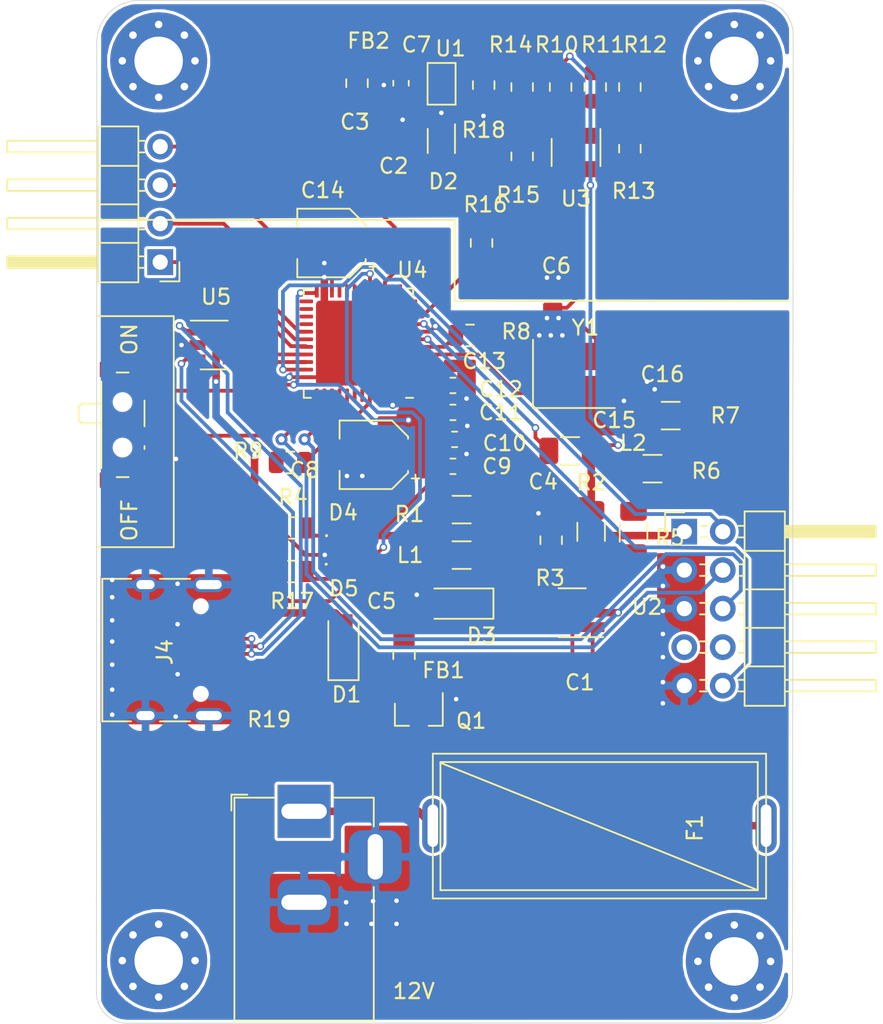
<source format=kicad_pcb>
(kicad_pcb (version 20171130) (host pcbnew "(5.1.5)-3")
  (layers (0 F.Cu signal) (31 B.Cu signal) (34 B.Paste user) (35 F.Paste user) (36 B.SilkS user) (37 F.SilkS user) (38 B.Mask user) (39 F.Mask user) (44 Edge.Cuts user))
  (net 0 "")
  (net 1 MSM_GND)
  (net 2 MSM_OUT)
  (net 3 "Net-(F1-Pad1)")
  (net 4 "Net-(D1-Pad1)")
  (net 5 GND)
  (net 6 +3V3)
  (net 7 ADC_IN)
  (net 8 "Net-(R14-Pad2)")
  (net 9 "Net-(R12-Pad1)")
  (net 10 "Net-(U4-Pad46)")
  (net 11 "Net-(U4-Pad45)")
  (net 12 BOOT0)
  (net 13 "Net-(U4-Pad43)")
  (net 14 "Net-(U4-Pad42)")
  (net 15 "Net-(U4-Pad41)")
  (net 16 "Net-(U4-Pad40)")
  (net 17 SWO)
  (net 18 "Net-(U4-Pad38)")
  (net 19 SWCLK)
  (net 20 SWDIO)
  (net 21 USB_D+)
  (net 22 USB_D-)
  (net 23 PA10)
  (net 24 PA9)
  (net 25 PA8)
  (net 26 "Net-(U4-Pad28)")
  (net 27 "Net-(U4-Pad27)")
  (net 28 "Net-(U4-Pad26)")
  (net 29 "Net-(U4-Pad25)")
  (net 30 "Net-(C14-Pad1)")
  (net 31 "Net-(U4-Pad21)")
  (net 32 "Net-(U4-Pad20)")
  (net 33 "Net-(U4-Pad19)")
  (net 34 "Net-(U4-Pad18)")
  (net 35 LED_STATUS)
  (net 36 "Net-(U4-Pad16)")
  (net 37 PWM)
  (net 38 "Net-(U4-Pad14)")
  (net 39 UART2_RX)
  (net 40 UART2_TX)
  (net 41 "Net-(U4-Pad11)")
  (net 42 VDDA)
  (net 43 NRST)
  (net 44 HSE_OUT)
  (net 45 HSE_IN)
  (net 46 "Net-(U4-Pad4)")
  (net 47 "Net-(U4-Pad3)")
  (net 48 "Net-(U4-Pad2)")
  (net 49 +5V)
  (net 50 USB_CONN_D+)
  (net 51 USB_CONN_D-)
  (net 52 BUCK_IN)
  (net 53 BUCK_EN)
  (net 54 "Net-(R2-Pad1)")
  (net 55 "Net-(D4-Pad1)")
  (net 56 "Net-(C16-Pad1)")
  (net 57 "Net-(R9-Pad1)")
  (net 58 CODEC_OUT)
  (net 59 "Net-(D5-Pad2)")
  (net 60 "Net-(J4-PadB5)")
  (net 61 "Net-(C1-Pad2)")
  (net 62 "Net-(C1-Pad1)")
  (net 63 MSM_VDD)
  (net 64 "Net-(J4-PadB8)")
  (net 65 CC)
  (net 66 "Net-(J4-PadA8)")
  (net 67 +12V)
  (net 68 CODEC_VDD)
  (net 69 "Net-(J3-Pad8)")
  (net 70 "Net-(J3-Pad7)")
  (net 71 "Net-(R5-Pad1)")
  (net 72 "Net-(R6-Pad1)")
  (net 73 "Net-(R10-Pad1)")
  (net 74 "Net-(R11-Pad1)")
  (net 75 "Net-(R14-Pad1)")
  (net 76 "Net-(R15-Pad1)")
  (module Fuse_holder:FUSE-TH_L22.6-W9.0 (layer F.Cu) (at 134.1 129.7 180)
    (fp_text reference F1 (at 4.7 -4.9 270) (layer F.SilkS))
    (fp_text value 250mA)
    (pad 2 thru_hole oval (at 22 -4.75 180) (size 1.4 3.6) (drill oval 0.7 2.8) (layers *.Cu *.Mask) (net 67 +12V))
    (pad 1 thru_hole oval (at 0 -4.75 180) (size 1.4 3.6) (drill oval 0.7 2.8) (layers *.Cu *.Mask) (net 3 "Net-(F1-Pad1)"))
  )
  (module MountingHole:MountingHole_3.2mm_M3_Pad_Via (layer F.Cu) (at 94 143.35)
    (fp_text reference REF** hide)
    (fp_text value MountingHole_3.2mm_M3_Pad_Via)
    (pad 1 thru_hole circle (at 1.697056 -1.697056) (size 0.8 0.8) (drill 0.5) (layers *.Cu *.Mask))
    (pad 1 thru_hole circle (at 0 -2.4) (size 0.8 0.8) (drill 0.5) (layers *.Cu *.Mask))
    (pad 1 thru_hole circle (at -1.697056 -1.697056) (size 0.8 0.8) (drill 0.5) (layers *.Cu *.Mask))
    (pad 1 thru_hole circle (at -2.4 0) (size 0.8 0.8) (drill 0.5) (layers *.Cu *.Mask))
    (pad 1 thru_hole circle (at -1.697056 1.697056) (size 0.8 0.8) (drill 0.5) (layers *.Cu *.Mask))
    (pad 1 thru_hole circle (at 0 2.4) (size 0.8 0.8) (drill 0.5) (layers *.Cu *.Mask))
    (pad 1 thru_hole circle (at 1.697056 1.697056) (size 0.8 0.8) (drill 0.5) (layers *.Cu *.Mask))
    (pad 1 thru_hole circle (at 2.4 0) (size 0.8 0.8) (drill 0.5) (layers *.Cu *.Mask))
    (pad 1 thru_hole circle (at 0 0) (size 6.4 6.4) (drill 3.2) (layers *.Cu *.Mask))
  )
  (module MountingHole:MountingHole_3.2mm_M3_Pad_Via (layer F.Cu) (at 132 143.4)
    (fp_text reference REF** hide)
    (fp_text value MountingHole_3.2mm_M3_Pad_Via)
    (pad 1 thru_hole circle (at 1.697056 -1.697056) (size 0.8 0.8) (drill 0.5) (layers *.Cu *.Mask))
    (pad 1 thru_hole circle (at 0 -2.4) (size 0.8 0.8) (drill 0.5) (layers *.Cu *.Mask))
    (pad 1 thru_hole circle (at -1.697056 -1.697056) (size 0.8 0.8) (drill 0.5) (layers *.Cu *.Mask))
    (pad 1 thru_hole circle (at -2.4 0) (size 0.8 0.8) (drill 0.5) (layers *.Cu *.Mask))
    (pad 1 thru_hole circle (at -1.697056 1.697056) (size 0.8 0.8) (drill 0.5) (layers *.Cu *.Mask))
    (pad 1 thru_hole circle (at 0 2.4) (size 0.8 0.8) (drill 0.5) (layers *.Cu *.Mask))
    (pad 1 thru_hole circle (at 1.697056 1.697056) (size 0.8 0.8) (drill 0.5) (layers *.Cu *.Mask))
    (pad 1 thru_hole circle (at 2.4 0) (size 0.8 0.8) (drill 0.5) (layers *.Cu *.Mask))
    (pad 1 thru_hole circle (at 0 0) (size 6.4 6.4) (drill 3.2) (layers *.Cu *.Mask))
  )
  (module MountingHole:MountingHole_3.2mm_M3_Pad_Via (layer F.Cu) (at 132 84)
    (fp_text reference REF** hide)
    (fp_text value MountingHole_3.2mm_M3_Pad_Via)
    (pad 1 thru_hole circle (at 1.697056 -1.697056) (size 0.8 0.8) (drill 0.5) (layers *.Cu *.Mask))
    (pad 1 thru_hole circle (at 0 -2.4) (size 0.8 0.8) (drill 0.5) (layers *.Cu *.Mask))
    (pad 1 thru_hole circle (at -1.697056 -1.697056) (size 0.8 0.8) (drill 0.5) (layers *.Cu *.Mask))
    (pad 1 thru_hole circle (at -2.4 0) (size 0.8 0.8) (drill 0.5) (layers *.Cu *.Mask))
    (pad 1 thru_hole circle (at -1.697056 1.697056) (size 0.8 0.8) (drill 0.5) (layers *.Cu *.Mask))
    (pad 1 thru_hole circle (at 0 2.4) (size 0.8 0.8) (drill 0.5) (layers *.Cu *.Mask))
    (pad 1 thru_hole circle (at 1.697056 1.697056) (size 0.8 0.8) (drill 0.5) (layers *.Cu *.Mask))
    (pad 1 thru_hole circle (at 2.4 0) (size 0.8 0.8) (drill 0.5) (layers *.Cu *.Mask))
    (pad 1 thru_hole circle (at 0 0) (size 6.4 6.4) (drill 3.2) (layers *.Cu *.Mask))
  )
  (module MEMS:MEMS38A (layer F.Cu) (at 113.6015 84.1375 180)
    (fp_text reference U1 (at 0.334 0.952) (layer F.SilkS))
    (fp_text value MSM38A2718Z9BM3)
    (pad 4 smd circle (at 0.925 -0.87 180) (size 1.45 1.45) (layers F.Cu F.Paste F.Mask) (net 2 MSM_OUT))
    (pad 3 smd rect (at 0.25 -2.4 180) (size 0.4 0.6) (layers F.Cu F.Paste F.Mask))
    (pad 2 smd rect (at 0.95 -2.4 180) (size 0.4 0.6) (layers F.Cu F.Paste F.Mask) (net 1 MSM_GND))
    (pad 1 smd rect (at 1.6 -2.4 180) (size 0.4 0.6) (layers F.Cu F.Paste F.Mask) (net 63 MSM_VDD))
  )
  (module MountingHole:MountingHole_3.2mm_M3_Pad_Via (layer F.Cu) (at 94 84)
    (fp_text reference REF** hide)
    (fp_text value MountingHole_3.2mm_M3_Pad_Via)
    (pad 1 thru_hole circle (at 0 0) (size 6.4 6.4) (drill 3.2) (layers *.Cu *.Mask))
    (pad 1 thru_hole circle (at 2.4 0) (size 0.8 0.8) (drill 0.5) (layers *.Cu *.Mask))
    (pad 1 thru_hole circle (at 1.697056 1.697056) (size 0.8 0.8) (drill 0.5) (layers *.Cu *.Mask))
    (pad 1 thru_hole circle (at 0 2.4) (size 0.8 0.8) (drill 0.5) (layers *.Cu *.Mask))
    (pad 1 thru_hole circle (at -1.697056 1.697056) (size 0.8 0.8) (drill 0.5) (layers *.Cu *.Mask))
    (pad 1 thru_hole circle (at -2.4 0) (size 0.8 0.8) (drill 0.5) (layers *.Cu *.Mask))
    (pad 1 thru_hole circle (at -1.697056 -1.697056) (size 0.8 0.8) (drill 0.5) (layers *.Cu *.Mask))
    (pad 1 thru_hole circle (at 0 -2.4) (size 0.8 0.8) (drill 0.5) (layers *.Cu *.Mask))
    (pad 1 thru_hole circle (at 1.697056 -1.697056) (size 0.8 0.8) (drill 0.5) (layers *.Cu *.Mask))
  )
  (module Connector_PinHeader_2.54mm:PinHeader_1x04_P2.54mm_Horizontal (layer F.Cu) (at 94.1 97.275 180)
    (fp_text reference J1 hide)
    (fp_text value Conn_01x04)
    (pad 4 thru_hole oval (at 0 7.62 180) (size 1.7 1.7) (drill 1) (layers *.Cu *.Mask) (net 37 PWM))
    (pad 3 thru_hole oval (at 0 5.08 180) (size 1.7 1.7) (drill 1) (layers *.Cu *.Mask) (net 25 PA8))
    (pad 2 thru_hole oval (at 0 2.54 180) (size 1.7 1.7) (drill 1) (layers *.Cu *.Mask) (net 24 PA9))
    (pad 1 thru_hole rect (at 0 0 180) (size 1.7 1.7) (drill 1) (layers *.Cu *.Mask) (net 23 PA10))
  )
  (module Inductor_SMD:L_1206_3216Metric (layer F.Cu) (at 121.158 109.728 180)
    (fp_text reference L2 (at -4.167 0.528) (layer F.SilkS))
    (fp_text value "10u C1051")
    (pad 2 smd roundrect (at 1.4 0 180) (size 1.25 1.75) (layers F.Cu F.Paste F.Mask) (roundrect_rratio 0.2) (net 42 VDDA))
    (pad 1 smd roundrect (at -1.4 0 180) (size 1.25 1.75) (layers F.Cu F.Paste F.Mask) (roundrect_rratio 0.2) (net 6 +3V3))
  )
  (module Inductor_SMD:L_1206_3216Metric (layer F.Cu) (at 114 116.6 180)
    (fp_text reference L1 (at 3.4 0) (layer F.SilkS))
    (fp_text value "6u8 C395031")
    (pad 2 smd roundrect (at 1.4 0 180) (size 1.25 1.75) (layers F.Cu F.Paste F.Mask) (roundrect_rratio 0.2) (net 6 +3V3))
    (pad 1 smd roundrect (at -1.4 0 180) (size 1.25 1.75) (layers F.Cu F.Paste F.Mask) (roundrect_rratio 0.2) (net 61 "Net-(C1-Pad2)"))
  )
  (module Resistor_SMD:R_0402_1005Metric (layer F.Cu) (at 101.038 125.66 90)
    (fp_text reference R19 (at -1.778 0.254 180) (layer F.SilkS))
    (fp_text value 5K1)
    (pad 2 smd roundrect (at 0.485 0 90) (size 0.59 0.64) (layers F.Cu F.Paste F.Mask) (net 60 "Net-(J4-PadB5)"))
    (pad 1 smd roundrect (at -0.485 0 90) (size 0.59 0.64) (layers F.Cu F.Paste F.Mask) (net 5 GND))
  )
  (module Resistor_SMD:R_0805_2012Metric (layer F.Cu) (at 115.456 85.599 90)
    (fp_text reference R18 (at -2.957 0 180) (layer F.SilkS))
    (fp_text value 1K)
    (pad 2 smd roundrect (at 0.9375 0 90) (size 0.975 1.4) (layers F.Cu F.Paste F.Mask) (net 8 "Net-(R14-Pad2)"))
    (pad 1 smd roundrect (at -0.9375 0 90) (size 0.975 1.4) (layers F.Cu F.Paste F.Mask) (net 1 MSM_GND))
  )
  (module Resistor_SMD:R_0805_2012Metric (layer F.Cu) (at 102.8 117.68 180)
    (fp_text reference R17 (at -0.01 -1.95) (layer F.SilkS))
    (fp_text value 1k5)
    (pad 2 smd roundrect (at 0.9375 0 180) (size 0.975 1.4) (layers F.Cu F.Paste F.Mask) (net 35 LED_STATUS))
    (pad 1 smd roundrect (at -0.9375 0 180) (size 0.975 1.4) (layers F.Cu F.Paste F.Mask) (net 59 "Net-(D5-Pad2)"))
  )
  (module Resistor_SMD:R_0805_2012Metric (layer F.Cu) (at 115.316 96.012 90)
    (fp_text reference R16 (at 2.54 0.254 180) (layer F.SilkS))
    (fp_text value 200)
    (pad 2 smd roundrect (at 0.9375 0 90) (size 0.975 1.4) (layers F.Cu F.Paste F.Mask) (net 76 "Net-(R15-Pad1)"))
    (pad 1 smd roundrect (at -0.9375 0 90) (size 0.975 1.4) (layers F.Cu F.Paste F.Mask) (net 7 ADC_IN))
  )
  (module Resistor_SMD:R_0805_2012Metric (layer F.Cu) (at 117.996 90.298 90)
    (fp_text reference R15 (at -2.54 -0.254 180) (layer F.SilkS))
    (fp_text value 200)
    (pad 2 smd roundrect (at 0.9375 0 90) (size 0.975 1.4) (layers F.Cu F.Paste F.Mask) (net 75 "Net-(R14-Pad1)"))
    (pad 1 smd roundrect (at -0.9375 0 90) (size 0.975 1.4) (layers F.Cu F.Paste F.Mask) (net 76 "Net-(R15-Pad1)"))
  )
  (module Resistor_SMD:R_0805_2012Metric (layer F.Cu) (at 117.996 85.726 90)
    (fp_text reference R14 (at 2.794 -0.762 180) (layer F.SilkS))
    (fp_text value 24K)
    (pad 2 smd roundrect (at 0.9375 0 90) (size 0.975 1.4) (layers F.Cu F.Paste F.Mask) (net 8 "Net-(R14-Pad2)"))
    (pad 1 smd roundrect (at -0.9375 0 90) (size 0.975 1.4) (layers F.Cu F.Paste F.Mask) (net 75 "Net-(R14-Pad1)"))
  )
  (module Resistor_SMD:R_0805_2012Metric (layer F.Cu) (at 125.108 89.79 270)
    (fp_text reference R13 (at 2.794 -0.254 180) (layer F.SilkS))
    (fp_text value 1K)
    (pad 2 smd roundrect (at 0.9375 0 270) (size 0.975 1.4) (layers F.Cu F.Paste F.Mask) (net 58 CODEC_OUT))
    (pad 1 smd roundrect (at -0.9375 0 270) (size 0.975 1.4) (layers F.Cu F.Paste F.Mask) (net 9 "Net-(R12-Pad1)"))
  )
  (module Resistor_SMD:R_0805_2012Metric (layer F.Cu) (at 125.108 85.726 90)
    (fp_text reference R12 (at 2.794 1.016 180) (layer F.SilkS))
    (fp_text value 50)
    (pad 2 smd roundrect (at 0.9375 0 90) (size 0.975 1.4) (layers F.Cu F.Paste F.Mask) (net 74 "Net-(R11-Pad1)"))
    (pad 1 smd roundrect (at -0.9375 0 90) (size 0.975 1.4) (layers F.Cu F.Paste F.Mask) (net 9 "Net-(R12-Pad1)"))
  )
  (module Resistor_SMD:R_0805_2012Metric (layer F.Cu) (at 122.822 85.726 270)
    (fp_text reference R11 (at -2.794 -0.508 180) (layer F.SilkS))
    (fp_text value 2K7)
    (pad 2 smd roundrect (at 0.9375 0 270) (size 0.975 1.4) (layers F.Cu F.Paste F.Mask) (net 73 "Net-(R10-Pad1)"))
    (pad 1 smd roundrect (at -0.9375 0 270) (size 0.975 1.4) (layers F.Cu F.Paste F.Mask) (net 74 "Net-(R11-Pad1)"))
  )
  (module Resistor_SMD:R_0805_2012Metric (layer F.Cu) (at 120.536 85.726 90)
    (fp_text reference R10 (at 2.794 -0.254 180) (layer F.SilkS))
    (fp_text value 62K)
    (pad 2 smd roundrect (at 0.9375 0 90) (size 0.975 1.4) (layers F.Cu F.Paste F.Mask) (net 6 +3V3))
    (pad 1 smd roundrect (at -0.9375 0 90) (size 0.975 1.4) (layers F.Cu F.Paste F.Mask) (net 73 "Net-(R10-Pad1)"))
  )
  (module Resistor_SMD:R_0805_2012Metric (layer F.Cu) (at 102.6945 110.49)
    (fp_text reference R9 (at -2.794 -0.762) (layer F.SilkS))
    (fp_text value 10k)
    (pad 2 smd roundrect (at 0.9375 0) (size 0.975 1.4) (layers F.Cu F.Paste F.Mask) (net 12 BOOT0))
    (pad 1 smd roundrect (at -0.9375 0) (size 0.975 1.4) (layers F.Cu F.Paste F.Mask) (net 57 "Net-(R9-Pad1)"))
  )
  (module Resistor_SMD:R_0805_2012Metric (layer F.Cu) (at 114.554 102.108 180)
    (fp_text reference R8 (at -3.048 0.254) (layer F.SilkS))
    (fp_text value 47)
    (pad 2 smd roundrect (at 0.9375 0 180) (size 0.975 1.4) (layers F.Cu F.Paste F.Mask) (net 44 HSE_OUT))
    (pad 1 smd roundrect (at -0.9375 0 180) (size 0.975 1.4) (layers F.Cu F.Paste F.Mask) (net 56 "Net-(C16-Pad1)"))
  )
  (module Resistor_SMD:R_0805_2012Metric (layer F.Cu) (at 102.87 114.808)
    (fp_text reference R4 (at 0 -2.032) (layer F.SilkS))
    (fp_text value 1K)
    (pad 2 smd roundrect (at 0.9375 0) (size 0.975 1.4) (layers F.Cu F.Paste F.Mask) (net 55 "Net-(D4-Pad1)"))
    (pad 1 smd roundrect (at -0.9375 0) (size 0.975 1.4) (layers F.Cu F.Paste F.Mask) (net 5 GND))
  )
  (module Resistor_SMD:R_0805_2012Metric (layer F.Cu) (at 119.91 115.616 270)
    (fp_text reference R3 (at 2.494 0.07 180) (layer F.SilkS))
    (fp_text value 1M)
    (pad 2 smd roundrect (at 0.9375 0 270) (size 0.975 1.4) (layers F.Cu F.Paste F.Mask) (net 53 BUCK_EN))
    (pad 1 smd roundrect (at -0.9375 0 270) (size 0.975 1.4) (layers F.Cu F.Paste F.Mask) (net 5 GND))
  )
  (module Resistor_SMD:R_1206_3216Metric (layer F.Cu) (at 127.8 107.4)
    (fp_text reference R7 (at 3.6 0) (layer F.SilkS))
    (fp_text value 6k8)
    (pad 2 smd roundrect (at 1.4 0) (size 1.25 1.75) (layers F.Cu F.Paste F.Mask) (roundrect_rratio 0.2) (net 72 "Net-(R6-Pad1)"))
    (pad 1 smd roundrect (at -1.4 0) (size 1.25 1.75) (layers F.Cu F.Paste F.Mask) (roundrect_rratio 0.2) (net 5 GND))
  )
  (module Resistor_SMD:R_1206_3216Metric (layer F.Cu) (at 126.6 110.9 180)
    (fp_text reference R6 (at -3.55 -0.15) (layer F.SilkS))
    (fp_text value 10k)
    (pad 2 smd roundrect (at 1.4 0 180) (size 1.25 1.75) (layers F.Cu F.Paste F.Mask) (roundrect_rratio 0.2) (net 71 "Net-(R5-Pad1)"))
    (pad 1 smd roundrect (at -1.4 0 180) (size 1.25 1.75) (layers F.Cu F.Paste F.Mask) (roundrect_rratio 0.2) (net 72 "Net-(R6-Pad1)"))
  )
  (module Resistor_SMD:R_1206_3216Metric (layer F.Cu) (at 125.35 115.112 270)
    (fp_text reference R5 (at 0.338 -2.4 180) (layer F.SilkS))
    (fp_text value 130k)
    (pad 2 smd roundrect (at 1.4 0 270) (size 1.25 1.75) (layers F.Cu F.Paste F.Mask) (roundrect_rratio 0.2) (net 54 "Net-(R2-Pad1)"))
    (pad 1 smd roundrect (at -1.4 0 270) (size 1.25 1.75) (layers F.Cu F.Paste F.Mask) (roundrect_rratio 0.2) (net 71 "Net-(R5-Pad1)"))
  )
  (module Resistor_SMD:R_1206_3216Metric (layer F.Cu) (at 122.55 115.062 90)
    (fp_text reference R2 (at 3.25 0 180) (layer F.SilkS))
    (fp_text value 47k)
    (pad 2 smd roundrect (at 1.4 0 90) (size 1.25 1.75) (layers F.Cu F.Paste F.Mask) (roundrect_rratio 0.2) (net 6 +3V3))
    (pad 1 smd roundrect (at -1.4 0 90) (size 1.25 1.75) (layers F.Cu F.Paste F.Mask) (roundrect_rratio 0.2) (net 54 "Net-(R2-Pad1)"))
  )
  (module Resistor_SMD:R_1206_3216Metric (layer F.Cu) (at 114 113.6 180)
    (fp_text reference R1 (at 3.45 -0.3) (layer F.SilkS))
    (fp_text value 10K)
    (pad 2 smd roundrect (at 1.4 0 180) (size 1.25 1.75) (layers F.Cu F.Paste F.Mask) (roundrect_rratio 0.2) (net 52 BUCK_IN))
    (pad 1 smd roundrect (at -1.4 0 180) (size 1.25 1.75) (layers F.Cu F.Paste F.Mask) (roundrect_rratio 0.2) (net 53 BUCK_EN))
  )
  (module Crystal:Crystal_SMD_3225-4Pin_3.2x2.5mm_HandSoldering (layer F.Cu) (at 121.412 104.648)
    (fp_text reference Y1 (at 0.762 -3.05) (layer F.SilkS))
    (fp_text value 25MHz)
    (pad 4 smd rect (at -1.45 -1.15) (size 2.1 1.8) (layers F.Cu F.Paste F.Mask) (net 5 GND))
    (pad 3 smd rect (at 1.45 -1.15) (size 2.1 1.8) (layers F.Cu F.Paste F.Mask) (net 56 "Net-(C16-Pad1)"))
    (pad 2 smd rect (at 1.45 1.15) (size 2.1 1.8) (layers F.Cu F.Paste F.Mask) (net 5 GND))
    (pad 1 smd rect (at -1.45 1.15) (size 2.1 1.8) (layers F.Cu F.Paste F.Mask) (net 45 HSE_IN))
  )
  (module Package_TO_SOT_SMD:SOT-23-6 (layer F.Cu) (at 97.663 102.743)
    (fp_text reference U5 (at 0.127 -3.175) (layer F.SilkS))
    (fp_text value USBLC6-2SC6)
    (pad 5 smd rect (at 1.1 0) (size 1.06 0.65) (layers F.Cu F.Paste F.Mask) (net 49 +5V))
    (pad 6 smd rect (at 1.1 -0.95) (size 1.06 0.65) (layers F.Cu F.Paste F.Mask) (net 22 USB_D-))
    (pad 4 smd rect (at 1.1 0.95) (size 1.06 0.65) (layers F.Cu F.Paste F.Mask) (net 21 USB_D+))
    (pad 3 smd rect (at -1.1 0.95) (size 1.06 0.65) (layers F.Cu F.Paste F.Mask) (net 50 USB_CONN_D+))
    (pad 2 smd rect (at -1.1 0) (size 1.06 0.65) (layers F.Cu F.Paste F.Mask) (net 5 GND))
    (pad 1 smd rect (at -1.1 -0.95) (size 1.06 0.65) (layers F.Cu F.Paste F.Mask) (net 51 USB_CONN_D-))
  )
  (module Package_DFN_QFN:QFN-48-1EP_7x7mm_P0.5mm_EP5.6x5.6mm (layer F.Cu) (at 107.188 102.616 180)
    (fp_text reference U4 (at -3.556 4.826) (layer F.SilkS))
    (fp_text value STM32F401CCUx)
    (pad 48 smd roundrect (at -2.75 -3.4375 180) (size 0.25 0.875) (layers F.Cu F.Paste F.Mask) (net 6 +3V3))
    (pad 47 smd roundrect (at -2.25 -3.4375 180) (size 0.25 0.875) (layers F.Cu F.Paste F.Mask) (net 5 GND))
    (pad 46 smd roundrect (at -1.75 -3.4375 180) (size 0.25 0.875) (layers F.Cu F.Paste F.Mask) (net 10 "Net-(U4-Pad46)"))
    (pad 45 smd roundrect (at -1.25 -3.4375 180) (size 0.25 0.875) (layers F.Cu F.Paste F.Mask) (net 11 "Net-(U4-Pad45)"))
    (pad 44 smd roundrect (at -0.75 -3.4375 180) (size 0.25 0.875) (layers F.Cu F.Paste F.Mask) (net 12 BOOT0))
    (pad 43 smd roundrect (at -0.25 -3.4375 180) (size 0.25 0.875) (layers F.Cu F.Paste F.Mask) (net 13 "Net-(U4-Pad43)"))
    (pad 42 smd roundrect (at 0.25 -3.4375 180) (size 0.25 0.875) (layers F.Cu F.Paste F.Mask) (net 14 "Net-(U4-Pad42)"))
    (pad 41 smd roundrect (at 0.75 -3.4375 180) (size 0.25 0.875) (layers F.Cu F.Paste F.Mask) (net 15 "Net-(U4-Pad41)"))
    (pad 40 smd roundrect (at 1.25 -3.4375 180) (size 0.25 0.875) (layers F.Cu F.Paste F.Mask) (net 16 "Net-(U4-Pad40)"))
    (pad 39 smd roundrect (at 1.75 -3.4375 180) (size 0.25 0.875) (layers F.Cu F.Paste F.Mask) (net 17 SWO))
    (pad 38 smd roundrect (at 2.25 -3.4375 180) (size 0.25 0.875) (layers F.Cu F.Paste F.Mask) (net 18 "Net-(U4-Pad38)"))
    (pad 37 smd roundrect (at 2.75 -3.4375 180) (size 0.25 0.875) (layers F.Cu F.Paste F.Mask) (net 19 SWCLK))
    (pad 36 smd roundrect (at 3.4375 -2.75 180) (size 0.875 0.25) (layers F.Cu F.Paste F.Mask) (net 6 +3V3))
    (pad 35 smd roundrect (at 3.4375 -2.25 180) (size 0.875 0.25) (layers F.Cu F.Paste F.Mask) (net 5 GND))
    (pad 34 smd roundrect (at 3.4375 -1.75 180) (size 0.875 0.25) (layers F.Cu F.Paste F.Mask) (net 20 SWDIO))
    (pad 33 smd roundrect (at 3.4375 -1.25 180) (size 0.875 0.25) (layers F.Cu F.Paste F.Mask) (net 21 USB_D+))
    (pad 32 smd roundrect (at 3.4375 -0.75 180) (size 0.875 0.25) (layers F.Cu F.Paste F.Mask) (net 22 USB_D-))
    (pad 31 smd roundrect (at 3.4375 -0.25 180) (size 0.875 0.25) (layers F.Cu F.Paste F.Mask) (net 23 PA10))
    (pad 30 smd roundrect (at 3.4375 0.25 180) (size 0.875 0.25) (layers F.Cu F.Paste F.Mask) (net 24 PA9))
    (pad 29 smd roundrect (at 3.4375 0.75 180) (size 0.875 0.25) (layers F.Cu F.Paste F.Mask) (net 25 PA8))
    (pad 28 smd roundrect (at 3.4375 1.25 180) (size 0.875 0.25) (layers F.Cu F.Paste F.Mask) (net 26 "Net-(U4-Pad28)"))
    (pad 27 smd roundrect (at 3.4375 1.75 180) (size 0.875 0.25) (layers F.Cu F.Paste F.Mask) (net 27 "Net-(U4-Pad27)"))
    (pad 26 smd roundrect (at 3.4375 2.25 180) (size 0.875 0.25) (layers F.Cu F.Paste F.Mask) (net 28 "Net-(U4-Pad26)"))
    (pad 25 smd roundrect (at 3.4375 2.75 180) (size 0.875 0.25) (layers F.Cu F.Paste F.Mask) (net 29 "Net-(U4-Pad25)"))
    (pad 24 smd roundrect (at 2.75 3.4375 180) (size 0.25 0.875) (layers F.Cu F.Paste F.Mask) (net 6 +3V3))
    (pad 23 smd roundrect (at 2.25 3.4375 180) (size 0.25 0.875) (layers F.Cu F.Paste F.Mask) (net 5 GND))
    (pad 22 smd roundrect (at 1.75 3.4375 180) (size 0.25 0.875) (layers F.Cu F.Paste F.Mask) (net 30 "Net-(C14-Pad1)"))
    (pad 21 smd roundrect (at 1.25 3.4375 180) (size 0.25 0.875) (layers F.Cu F.Paste F.Mask) (net 31 "Net-(U4-Pad21)"))
    (pad 20 smd roundrect (at 0.75 3.4375 180) (size 0.25 0.875) (layers F.Cu F.Paste F.Mask) (net 32 "Net-(U4-Pad20)"))
    (pad 19 smd roundrect (at 0.25 3.4375 180) (size 0.25 0.875) (layers F.Cu F.Paste F.Mask) (net 33 "Net-(U4-Pad19)"))
    (pad 18 smd roundrect (at -0.25 3.4375 180) (size 0.25 0.875) (layers F.Cu F.Paste F.Mask) (net 34 "Net-(U4-Pad18)"))
    (pad 17 smd roundrect (at -0.75 3.4375 180) (size 0.25 0.875) (layers F.Cu F.Paste F.Mask) (net 35 LED_STATUS))
    (pad 16 smd roundrect (at -1.25 3.4375 180) (size 0.25 0.875) (layers F.Cu F.Paste F.Mask) (net 36 "Net-(U4-Pad16)"))
    (pad 15 smd roundrect (at -1.75 3.4375 180) (size 0.25 0.875) (layers F.Cu F.Paste F.Mask) (net 37 PWM))
    (pad 14 smd roundrect (at -2.25 3.4375 180) (size 0.25 0.875) (layers F.Cu F.Paste F.Mask) (net 38 "Net-(U4-Pad14)"))
    (pad 13 smd roundrect (at -2.75 3.4375 180) (size 0.25 0.875) (layers F.Cu F.Paste F.Mask) (net 39 UART2_RX))
    (pad 12 smd roundrect (at -3.4375 2.75 180) (size 0.875 0.25) (layers F.Cu F.Paste F.Mask) (net 40 UART2_TX))
    (pad 11 smd roundrect (at -3.4375 2.25 180) (size 0.875 0.25) (layers F.Cu F.Paste F.Mask) (net 41 "Net-(U4-Pad11)"))
    (pad 10 smd roundrect (at -3.4375 1.75 180) (size 0.875 0.25) (layers F.Cu F.Paste F.Mask) (net 7 ADC_IN))
    (pad 9 smd roundrect (at -3.4375 1.25 180) (size 0.875 0.25) (layers F.Cu F.Paste F.Mask) (net 42 VDDA))
    (pad 8 smd roundrect (at -3.4375 0.75 180) (size 0.875 0.25) (layers F.Cu F.Paste F.Mask) (net 5 GND))
    (pad 7 smd roundrect (at -3.4375 0.25 180) (size 0.875 0.25) (layers F.Cu F.Paste F.Mask) (net 43 NRST))
    (pad 6 smd roundrect (at -3.4375 -0.25 180) (size 0.875 0.25) (layers F.Cu F.Paste F.Mask) (net 44 HSE_OUT))
    (pad 5 smd roundrect (at -3.4375 -0.75 180) (size 0.875 0.25) (layers F.Cu F.Paste F.Mask) (net 45 HSE_IN))
    (pad 4 smd roundrect (at -3.4375 -1.25 180) (size 0.875 0.25) (layers F.Cu F.Paste F.Mask) (net 46 "Net-(U4-Pad4)"))
    (pad 3 smd roundrect (at -3.4375 -1.75 180) (size 0.875 0.25) (layers F.Cu F.Paste F.Mask) (net 47 "Net-(U4-Pad3)"))
    (pad 2 smd roundrect (at -3.4375 -2.25 180) (size 0.875 0.25) (layers F.Cu F.Paste F.Mask) (net 48 "Net-(U4-Pad2)"))
    (pad 1 smd roundrect (at -3.4375 -2.75 180) (size 0.875 0.25) (layers F.Cu F.Paste F.Mask) (net 6 +3V3))
    (pad 49 smd roundrect (at 0 0 180) (size 5.6 5.6) (layers F.Cu F.Mask) (roundrect_rratio 0.044643) (net 5 GND))
  )
  (module Package_TO_SOT_SMD:SOT-23-5 (layer F.Cu) (at 121.552 90.044 270)
    (fp_text reference U3 (at 3.048 0 180) (layer F.SilkS))
    (fp_text value LM321)
    (pad 5 smd rect (at 1.1 -0.95 270) (size 1.06 0.65) (layers F.Cu F.Paste F.Mask) (net 6 +3V3))
    (pad 4 smd rect (at 1.1 0.95 270) (size 1.06 0.65) (layers F.Cu F.Paste F.Mask) (net 7 ADC_IN))
    (pad 3 smd rect (at -1.1 0.95 270) (size 1.06 0.65) (layers F.Cu F.Paste F.Mask) (net 8 "Net-(R14-Pad2)"))
    (pad 2 smd rect (at -1.1 0 270) (size 1.06 0.65) (layers F.Cu F.Paste F.Mask) (net 5 GND))
    (pad 1 smd rect (at -1.1 -0.95 270) (size 1.06 0.65) (layers F.Cu F.Paste F.Mask) (net 9 "Net-(R12-Pad1)"))
  )
  (module Package_TO_SOT_SMD:SOT-23-6_Handsoldering (layer F.Cu) (at 121.3 120.4 180)
    (fp_text reference U2 (at -4.938 0.385) (layer F.SilkS))
    (fp_text value EUP3458)
    (pad 5 smd rect (at 1.35 0 180) (size 1.56 0.65) (layers F.Cu F.Paste F.Mask) (net 52 BUCK_IN))
    (pad 6 smd rect (at 1.35 -0.95 180) (size 1.56 0.65) (layers F.Cu F.Paste F.Mask) (net 61 "Net-(C1-Pad2)"))
    (pad 4 smd rect (at 1.35 0.95 180) (size 1.56 0.65) (layers F.Cu F.Paste F.Mask) (net 53 BUCK_EN))
    (pad 3 smd rect (at -1.35 0.95 180) (size 1.56 0.65) (layers F.Cu F.Paste F.Mask) (net 54 "Net-(R2-Pad1)"))
    (pad 2 smd rect (at -1.35 0 180) (size 1.56 0.65) (layers F.Cu F.Paste F.Mask) (net 5 GND))
    (pad 1 smd rect (at -1.35 -0.95 180) (size 1.56 0.65) (layers F.Cu F.Paste F.Mask) (net 62 "Net-(C1-Pad1)"))
  )
  (module Button_Switch_SMD:SW_SPDT_PCM12 (layer F.Cu) (at 91.944 108.006 270)
    (fp_text reference SW1 hide)
    (fp_text value SW_SPDT)
    (pad "" smd rect (at -3.65 -0.78 270) (size 1 0.8) (layers F.Cu F.Paste F.Mask))
    (pad "" smd rect (at 3.65 -0.78 270) (size 1 0.8) (layers F.Cu F.Paste F.Mask))
    (pad "" smd rect (at 3.65 1.43 270) (size 1 0.8) (layers F.Cu F.Paste F.Mask))
    (pad "" smd rect (at -3.65 1.43 270) (size 1 0.8) (layers F.Cu F.Paste F.Mask))
    (pad 3 smd rect (at 2.25 -1.43 270) (size 0.7 1.5) (layers F.Cu F.Paste F.Mask) (net 5 GND))
    (pad 2 smd rect (at 0.75 -1.43 270) (size 0.7 1.5) (layers F.Cu F.Paste F.Mask) (net 57 "Net-(R9-Pad1)"))
    (pad 1 smd rect (at -2.25 -1.43 270) (size 0.7 1.5) (layers F.Cu F.Paste F.Mask) (net 6 +3V3))
    (pad "" np_thru_hole circle (at 1.5 0.33 270) (size 0.9 0.9) (drill 0.9) (layers *.Cu *.Mask))
    (pad "" np_thru_hole circle (at -1.5 0.33 270) (size 0.9 0.9) (drill 0.9) (layers *.Cu *.Mask))
  )
  (module Package_TO_SOT_SMD:SOT-23 (layer F.Cu) (at 111.175 127.1 270)
    (fp_text reference Q1 (at 0.4334 -3.4552 180) (layer F.SilkS))
    (fp_text value AO3401A)
    (pad 3 smd rect (at 1 0 270) (size 0.9 0.8) (layers F.Cu F.Paste F.Mask) (net 3 "Net-(F1-Pad1)"))
    (pad 2 smd rect (at -1 0.95 270) (size 0.9 0.8) (layers F.Cu F.Paste F.Mask) (net 4 "Net-(D1-Pad1)"))
    (pad 1 smd rect (at -1 -0.95 270) (size 0.9 0.8) (layers F.Cu F.Paste F.Mask) (net 5 GND))
  )
  (module Connector_USB:USB_C_Receptacle_HRO_TYPE-C-31-M-12 (layer F.Cu) (at 94.18 122.866 270)
    (fp_text reference J4 (at 0.134 -0.22 90) (layer F.SilkS))
    (fp_text value USB_C_Receptacle_USB2.0)
    (pad B1 smd rect (at 3.25 -4.045 270) (size 0.6 1.45) (layers F.Cu F.Paste F.Mask) (net 5 GND))
    (pad A9 smd rect (at 2.45 -4.045 270) (size 0.6 1.45) (layers F.Cu F.Paste F.Mask) (net 49 +5V))
    (pad B9 smd rect (at -2.45 -4.045 270) (size 0.6 1.45) (layers F.Cu F.Paste F.Mask) (net 49 +5V))
    (pad B12 smd rect (at -3.25 -4.045 270) (size 0.6 1.45) (layers F.Cu F.Paste F.Mask) (net 5 GND))
    (pad A1 smd rect (at -3.25 -4.045 270) (size 0.6 1.45) (layers F.Cu F.Paste F.Mask) (net 5 GND))
    (pad A4 smd rect (at -2.45 -4.045 270) (size 0.6 1.45) (layers F.Cu F.Paste F.Mask) (net 49 +5V))
    (pad B4 smd rect (at 2.45 -4.045 270) (size 0.6 1.45) (layers F.Cu F.Paste F.Mask) (net 49 +5V))
    (pad A12 smd rect (at 3.25 -4.045 270) (size 0.6 1.45) (layers F.Cu F.Paste F.Mask) (net 5 GND))
    (pad B8 smd rect (at -1.75 -4.045 270) (size 0.3 1.45) (layers F.Cu F.Paste F.Mask) (net 64 "Net-(J4-PadB8)"))
    (pad A5 smd rect (at -1.25 -4.045 270) (size 0.3 1.45) (layers F.Cu F.Paste F.Mask) (net 65 CC))
    (pad B7 smd rect (at -0.75 -4.045 270) (size 0.3 1.45) (layers F.Cu F.Paste F.Mask) (net 51 USB_CONN_D-))
    (pad A7 smd rect (at 0.25 -4.045 270) (size 0.3 1.45) (layers F.Cu F.Paste F.Mask) (net 51 USB_CONN_D-))
    (pad B6 smd rect (at 0.75 -4.045 270) (size 0.3 1.45) (layers F.Cu F.Paste F.Mask) (net 50 USB_CONN_D+))
    (pad A8 smd rect (at 1.25 -4.045 270) (size 0.3 1.45) (layers F.Cu F.Paste F.Mask) (net 66 "Net-(J4-PadA8)"))
    (pad B5 smd rect (at 1.75 -4.045 270) (size 0.3 1.45) (layers F.Cu F.Paste F.Mask) (net 60 "Net-(J4-PadB5)"))
    (pad A6 smd rect (at -0.25 -4.045 270) (size 0.3 1.45) (layers F.Cu F.Paste F.Mask) (net 50 USB_CONN_D+))
    (pad S1 thru_hole oval (at 4.32 -3.13 270) (size 1 2.1) (drill oval 0.6 1.7) (layers *.Cu *.Mask) (net 5 GND))
    (pad S1 thru_hole oval (at -4.32 -3.13 270) (size 1 2.1) (drill oval 0.6 1.7) (layers *.Cu *.Mask) (net 5 GND))
    (pad "" np_thru_hole circle (at -2.89 -2.6 270) (size 0.65 0.65) (drill 0.65) (layers *.Cu *.Mask))
    (pad S1 thru_hole oval (at -4.32 1.05 270) (size 1 1.6) (drill oval 0.6 1.2) (layers *.Cu *.Mask) (net 5 GND))
    (pad "" np_thru_hole circle (at 2.89 -2.6 270) (size 0.65 0.65) (drill 0.65) (layers *.Cu *.Mask))
    (pad S1 thru_hole oval (at 4.32 1.05 270) (size 1 1.6) (drill oval 0.6 1.2) (layers *.Cu *.Mask) (net 5 GND))
  )
  (module Connector_PinHeader_2.54mm:PinHeader_2x05_P2.54mm_Horizontal (layer F.Cu) (at 128.7 115.05)
    (fp_text reference J3 hide)
    (fp_text value SWD hide)
    (pad 10 thru_hole oval (at 2.54 10.16) (size 1.7 1.7) (drill 1) (layers *.Cu *.Mask) (net 43 NRST))
    (pad 9 thru_hole oval (at 0 10.16) (size 1.7 1.7) (drill 1) (layers *.Cu *.Mask) (net 5 GND))
    (pad 8 thru_hole oval (at 2.54 7.62) (size 1.7 1.7) (drill 1) (layers *.Cu *.Mask) (net 69 "Net-(J3-Pad8)"))
    (pad 7 thru_hole oval (at 0 7.62) (size 1.7 1.7) (drill 1) (layers *.Cu *.Mask) (net 70 "Net-(J3-Pad7)"))
    (pad 6 thru_hole oval (at 2.54 5.08) (size 1.7 1.7) (drill 1) (layers *.Cu *.Mask) (net 17 SWO))
    (pad 5 thru_hole oval (at 0 5.08) (size 1.7 1.7) (drill 1) (layers *.Cu *.Mask) (net 5 GND))
    (pad 4 thru_hole oval (at 2.54 2.54) (size 1.7 1.7) (drill 1) (layers *.Cu *.Mask) (net 19 SWCLK))
    (pad 3 thru_hole oval (at 0 2.54) (size 1.7 1.7) (drill 1) (layers *.Cu *.Mask) (net 5 GND))
    (pad 2 thru_hole oval (at 2.54 0) (size 1.7 1.7) (drill 1) (layers *.Cu *.Mask) (net 20 SWDIO))
    (pad 1 thru_hole rect (at 0 0) (size 1.7 1.7) (drill 1) (layers *.Cu *.Mask) (net 6 +3V3))
  )
  (module Connector_BarrelJack:BarrelJack_Horizontal (layer F.Cu) (at 103.6 133.5 90)
    (fp_text reference J2 hide)
    (fp_text value Power_Conn)
    (pad 3 thru_hole roundrect (at -3 4.7 90) (size 3.5 3.5) (drill oval 3 1) (layers *.Cu *.Mask) (net 5 GND))
    (pad 2 thru_hole roundrect (at -6 0 90) (size 3 3.5) (drill oval 1 3) (layers *.Cu *.Mask) (net 5 GND))
    (pad 1 thru_hole rect (at 0 0 90) (size 3.5 3.5) (drill oval 1 3) (layers *.Cu *.Mask) (net 67 +12V))
  )
  (module Resistor_SMD:R_0805_2012Metric_Pad1.15x1.40mm_HandSolder (layer F.Cu) (at 107.094 85.472 90)
    (fp_text reference FB2 (at 2.794 0.762 180) (layer F.SilkS))
    (fp_text value BLM15AX102SN1D)
    (pad 2 smd roundrect (at 1.025 0 90) (size 1.15 1.4) (layers F.Cu F.Paste F.Mask) (roundrect_rratio 0.217391) (net 63 MSM_VDD))
    (pad 1 smd roundrect (at -1.025 0 90) (size 1.15 1.4) (layers F.Cu F.Paste F.Mask) (roundrect_rratio 0.217391) (net 68 CODEC_VDD))
  )
  (module Resistor_SMD:R_0805_2012Metric_Pad1.15x1.40mm_HandSolder (layer F.Cu) (at 110.2 123.2 270)
    (fp_text reference FB1 (at 1 -2.6 180) (layer F.SilkS))
    (fp_text value "600 @ 600MHz")
    (pad 2 smd roundrect (at 1.025 0 270) (size 1.15 1.4) (layers F.Cu F.Paste F.Mask) (roundrect_rratio 0.217391) (net 4 "Net-(D1-Pad1)"))
    (pad 1 smd roundrect (at -1.025 0 270) (size 1.15 1.4) (layers F.Cu F.Paste F.Mask) (roundrect_rratio 0.217391) (net 52 BUCK_IN))
  )
  (module Diode_SMD:D_0402_1005Metric (layer F.Cu) (at 106.15 117.2)
    (fp_text reference D5 (at 0.075 1.6) (layer F.SilkS))
    (fp_text value BLUE)
    (pad 2 smd roundrect (at 0.485 0) (size 0.59 0.64) (layers F.Cu F.Paste F.Mask) (net 59 "Net-(D5-Pad2)"))
    (pad 1 smd roundrect (at -0.485 0) (size 0.59 0.64) (layers F.Cu F.Paste F.Mask) (net 5 GND))
  )
  (module Diode_SMD:D_0402_1005Metric (layer F.Cu) (at 106.172 115.316)
    (fp_text reference D4 (at 0 -1.524) (layer F.SilkS))
    (fp_text value RED)
    (pad 2 smd roundrect (at 0.485 0) (size 0.59 0.64) (layers F.Cu F.Paste F.Mask) (net 6 +3V3))
    (pad 1 smd roundrect (at -0.485 0) (size 0.59 0.64) (layers F.Cu F.Paste F.Mask) (net 55 "Net-(D4-Pad1)"))
  )
  (module Diode_SMD:D_SOD-123 (layer F.Cu) (at 113.85 119.8 180)
    (fp_text reference D3 (at -1.466 -2.12) (layer F.SilkS))
    (fp_text value B5819W)
    (pad 2 smd rect (at 1.65 0 180) (size 0.9 1.2) (layers F.Cu F.Paste F.Mask) (net 5 GND))
    (pad 1 smd rect (at -1.65 0 180) (size 0.9 1.2) (layers F.Cu F.Paste F.Mask) (net 61 "Net-(C1-Pad2)"))
  )
  (module Package_TO_SOT_SMD:SOT-666 (layer F.Cu) (at 112.662 89.282 270)
    (fp_text reference D2 (at 2.667 -0.127 180) (layer F.SilkS))
    (fp_text value PESD5V0F1BL)
    (pad 6 smd rect (at 0.85 -0.5375 270) (size 0.5 0.375) (layers F.Cu F.Paste F.Mask))
    (pad 4 smd rect (at 0.85 0.5375 270) (size 0.5 0.375) (layers F.Cu F.Paste F.Mask))
    (pad 2 smd rect (at -0.925 0 270) (size 0.65 0.3) (layers F.Cu F.Paste F.Mask) (net 1 MSM_GND))
    (pad 5 smd rect (at 0.925 0 270) (size 0.65 0.3) (layers F.Cu F.Paste F.Mask))
    (pad 3 smd rect (at -0.85 0.5375 270) (size 0.5 0.375) (layers F.Cu F.Paste F.Mask))
    (pad 1 smd rect (at -0.85 -0.5375 270) (size 0.5 0.375) (layers F.Cu F.Paste F.Mask) (net 2 MSM_OUT))
  )
  (module Diode_SMD:D_SOD-123 (layer F.Cu) (at 106.2 122.6 90)
    (fp_text reference D1 (at -3.2 0.2 180) (layer F.SilkS))
    (fp_text value B5819W)
    (pad 2 smd rect (at 1.65 0 90) (size 0.9 1.2) (layers F.Cu F.Paste F.Mask) (net 49 +5V))
    (pad 1 smd rect (at -1.65 0 90) (size 0.9 1.2) (layers F.Cu F.Paste F.Mask) (net 4 "Net-(D1-Pad1)"))
  )
  (module Capacitor_SMD:C_0402_1005Metric (layer F.Cu) (at 125.222 104.671 270)
    (fp_text reference C16 (at 0 -2.032 180) (layer F.SilkS))
    (fp_text value 10p)
    (pad 2 smd roundrect (at 0.485 0 270) (size 0.59 0.64) (layers F.Cu F.Paste F.Mask) (net 5 GND))
    (pad 1 smd roundrect (at -0.485 0 270) (size 0.59 0.64) (layers F.Cu F.Paste F.Mask) (net 56 "Net-(C16-Pad1)"))
  )
  (module Capacitor_SMD:C_0402_1005Metric (layer F.Cu) (at 121.666 107.696)
    (fp_text reference C15 (at 2.413 0) (layer F.SilkS))
    (fp_text value "10p C335976")
    (pad 2 smd roundrect (at 0.485 0) (size 0.59 0.64) (layers F.Cu F.Paste F.Mask) (net 5 GND))
    (pad 1 smd roundrect (at -0.485 0) (size 0.59 0.64) (layers F.Cu F.Paste F.Mask) (net 45 HSE_IN))
  )
  (module Capacitor_SMD:CP_Elec_4x5.7 (layer F.Cu) (at 105.41 96.012 180)
    (fp_text reference C14 (at 0.5842 3.4798) (layer F.SilkS))
    (fp_text value 2u2)
    (pad 2 smd roundrect (at 1.8 0 180) (size 2.6 1.6) (layers F.Cu F.Paste F.Mask) (roundrect_rratio 0.15625) (net 5 GND))
    (pad 1 smd roundrect (at -1.8 0 180) (size 2.6 1.6) (layers F.Cu F.Paste F.Mask) (roundrect_rratio 0.15625) (net 30 "Net-(C14-Pad1)"))
  )
  (module Capacitor_SMD:C_0402_1005Metric (layer F.Cu) (at 112.7252 104.1146)
    (fp_text reference C13 (at 2.7686 -0.3048) (layer F.SilkS))
    (fp_text value 10n)
    (pad 2 smd roundrect (at 0.485 0) (size 0.59 0.64) (layers F.Cu F.Paste F.Mask) (net 5 GND))
    (pad 1 smd roundrect (at -0.485 0) (size 0.59 0.64) (layers F.Cu F.Paste F.Mask) (net 6 +3V3))
  )
  (module Capacitor_SMD:C_0603_1608Metric_Pad1.05x0.95mm_HandSolder (layer F.Cu) (at 113.425 105.41)
    (fp_text reference C12 (at 3.161 0.254) (layer F.SilkS))
    (fp_text value 100n)
    (pad 2 smd roundrect (at 0.875 0) (size 1.05 0.95) (layers F.Cu F.Paste F.Mask) (net 5 GND))
    (pad 1 smd roundrect (at -0.875 0) (size 1.05 0.95) (layers F.Cu F.Paste F.Mask) (net 6 +3V3))
  )
  (module Capacitor_SMD:C_0603_1608Metric_Pad1.05x0.95mm_HandSolder (layer F.Cu) (at 113.425 107.188)
    (fp_text reference C11 (at 3.161 0) (layer F.SilkS))
    (fp_text value 100n)
    (pad 2 smd roundrect (at 0.875 0) (size 1.05 0.95) (layers F.Cu F.Paste F.Mask) (net 5 GND))
    (pad 1 smd roundrect (at -0.875 0) (size 1.05 0.95) (layers F.Cu F.Paste F.Mask) (net 6 +3V3))
  )
  (module Capacitor_SMD:C_0603_1608Metric_Pad1.05x0.95mm_HandSolder (layer F.Cu) (at 113.538 108.966)
    (fp_text reference C10 (at 3.302 0.254) (layer F.SilkS))
    (fp_text value 100n)
    (pad 2 smd roundrect (at 0.875 0) (size 1.05 0.95) (layers F.Cu F.Paste F.Mask) (net 5 GND))
    (pad 1 smd roundrect (at -0.875 0) (size 1.05 0.95) (layers F.Cu F.Paste F.Mask) (net 6 +3V3))
  )
  (module Capacitor_SMD:C_0603_1608Metric_Pad1.05x0.95mm_HandSolder (layer F.Cu) (at 113.425 110.744)
    (fp_text reference C9 (at 2.907 0) (layer F.SilkS))
    (fp_text value 100n)
    (pad 2 smd roundrect (at 0.875 0) (size 1.05 0.95) (layers F.Cu F.Paste F.Mask) (net 5 GND))
    (pad 1 smd roundrect (at -0.875 0) (size 1.05 0.95) (layers F.Cu F.Paste F.Mask) (net 6 +3V3))
  )
  (module Capacitor_SMD:CP_Elec_4x5.3 (layer F.Cu) (at 108.204 109.982 180)
    (fp_text reference C8 (at 4.572 -1.016) (layer F.SilkS))
    (fp_text value "4u7 C116398")
    (pad 2 smd roundrect (at 1.8 0 180) (size 2.6 1.6) (layers F.Cu F.Paste F.Mask) (roundrect_rratio 0.15625) (net 5 GND))
    (pad 1 smd roundrect (at -1.8 0 180) (size 2.6 1.6) (layers F.Cu F.Paste F.Mask) (roundrect_rratio 0.15625) (net 6 +3V3))
  )
  (module Capacitor_SMD:C_0603_1608Metric (layer F.Cu) (at 110 85.472 270)
    (fp_text reference C7 (at -2.54 -1.016 180) (layer F.SilkS))
    (fp_text value 100n)
    (pad 2 smd roundrect (at 0.7875 0 270) (size 0.875 0.95) (layers F.Cu F.Paste F.Mask) (net 1 MSM_GND))
    (pad 1 smd roundrect (at -0.7875 0 270) (size 0.875 0.95) (layers F.Cu F.Paste F.Mask) (net 63 MSM_VDD))
  )
  (module Capacitor_SMD:C_0402_1005Metric (layer F.Cu) (at 120 99.8 90)
    (fp_text reference C6 (at 2.286 0.254 180) (layer F.SilkS))
    (fp_text value 10n)
    (pad 2 smd roundrect (at 0.485 0 90) (size 0.59 0.64) (layers F.Cu F.Paste F.Mask) (net 1 MSM_GND))
    (pad 1 smd roundrect (at -0.485 0 90) (size 0.59 0.64) (layers F.Cu F.Paste F.Mask) (net 5 GND))
  )
  (module Capacitor_SMD:C_0402_1005Metric (layer F.Cu) (at 110.2 119.7 90)
    (fp_text reference C5 (at 0.066 -1.488 180) (layer F.SilkS))
    (fp_text value 10u)
    (pad 2 smd roundrect (at 0.485 0 90) (size 0.59 0.64) (layers F.Cu F.Paste F.Mask) (net 5 GND))
    (pad 1 smd roundrect (at -0.485 0 90) (size 0.59 0.64) (layers F.Cu F.Paste F.Mask) (net 52 BUCK_IN))
  )
  (module Capacitor_SMD:C_0402_1005Metric (layer F.Cu) (at 119.38 113.03 180)
    (fp_text reference C4 (at 0 1.27) (layer F.SilkS))
    (fp_text value 10n)
    (pad 2 smd roundrect (at 0.485 0 180) (size 0.59 0.64) (layers F.Cu F.Paste F.Mask) (net 5 GND))
    (pad 1 smd roundrect (at -0.485 0 180) (size 0.59 0.64) (layers F.Cu F.Paste F.Mask) (net 6 +3V3))
  )
  (module Capacitor_SMD:C_0402_1005Metric (layer F.Cu) (at 109.38 88.774 270)
    (fp_text reference C3 (at -0.748 2.426 180) (layer F.SilkS))
    (fp_text value 15p)
    (pad 2 smd roundrect (at 0.485 0 270) (size 0.59 0.64) (layers F.Cu F.Paste F.Mask) (net 2 MSM_OUT))
    (pad 1 smd roundrect (at -0.485 0 270) (size 0.59 0.64) (layers F.Cu F.Paste F.Mask) (net 1 MSM_GND))
  )
  (module Capacitor_SMD:C_0402_1005Metric (layer F.Cu) (at 107.1245 89.281)
    (fp_text reference C2 (at 2.385 1.65) (layer F.SilkS))
    (fp_text value 15p)
    (pad 2 smd roundrect (at 0.485 0) (size 0.59 0.64) (layers F.Cu F.Paste F.Mask) (net 2 MSM_OUT))
    (pad 1 smd roundrect (at -0.485 0) (size 0.59 0.64) (layers F.Cu F.Paste F.Mask) (net 58 CODEC_OUT))
  )
  (module Capacitor_SMD:C_0402_1005Metric (layer F.Cu) (at 121.8 123.4 180)
    (fp_text reference C1 (at 0 -1.6) (layer F.SilkS))
    (fp_text value 10n)
    (pad 2 smd roundrect (at 0.485 0 180) (size 0.59 0.64) (layers F.Cu F.Paste F.Mask) (net 61 "Net-(C1-Pad2)"))
    (pad 1 smd roundrect (at -0.485 0 180) (size 0.59 0.64) (layers F.Cu F.Paste F.Mask) (net 62 "Net-(C1-Pad1)"))
  )
  (gr_text "12V\n" (at 110.844 145.362) (layer F.SilkS) (effects (font (size 1 1))))
  (gr_text "OFF\n" (at 92.07 114.3 90) (layer F.SilkS) (effects (font (size 1 1))))
  (gr_line (start 94.996 116.078) (end 89.916 116.078) (layer F.SilkS) (width 0.12))
  (gr_line (start 94.996 100.838) (end 94.996 116.078) (layer F.SilkS) (width 0.12))
  (gr_line (start 89.916 100.838) (end 94.996 100.838) (layer F.SilkS) (width 0.12))
  (gr_line (start 113.538 99.822) (end 135.636 99.822) (layer F.SilkS) (width 0.12))
  (gr_line (start 113.538 94.488) (end 113.538 99.822) (layer F.SilkS) (width 0.12))
  (gr_line (start 90.17 94.488) (end 113.538 94.488) (layer F.SilkS) (width 0.12))
  (gr_text ON (at 92.07 102.362 90) (layer F.SilkS) (effects (font (size 1 1))))
  (gr_arc (start 133.604 82.296) (end 135.89 82.296) (angle -90) (layer Edge.Cuts) (width 0.05))
  (gr_arc (start 91.925 145.443) (end 89.893 145.443) (angle -90) (layer Edge.Cuts) (width 0.05))
  (gr_arc (start 133.589 145.214) (end 133.604 147.47) (angle -89.61904963) (layer Edge.Cuts) (width 0.05))
  (gr_arc (start 92.71 82.804) (end 92.71 80.01) (angle -90) (layer Edge.Cuts) (width 0.05))
  (gr_line (start 133.604 147.47) (end 91.925 147.475) (layer Edge.Cuts) (width 0.05))
  (gr_line (start 135.89 82.296) (end 135.84505 145.214) (layer Edge.Cuts) (width 0.05))
  (gr_line (start 92.71 80.01) (end 133.604 80.01) (layer Edge.Cuts) (width 0.05))
  (gr_line (start 89.893 145.443) (end 89.916 82.804) (layer Edge.Cuts) (width 0.05))
  (segment (start 115.456 87.024) (end 115.443 87.037) (width 0.25) (layer F.Cu) (net 1))
  (segment (start 115.456 86.5365) (end 115.456 87.024) (width 0.25) (layer F.Cu) (net 1))
  (segment (start 115.443 87.037) (end 115.443 87.63) (width 0.25) (layer F.Cu) (net 1))
  (segment (start 115.443 87.63) (end 115.443 87.63) (width 0.25) (layer F.Cu) (net 1))
  (segment (start 115.443 87.63) (end 115.443 87.63) (width 0.25) (layer F.Cu) (net 1))
  (via (at 115.443 87.63) (size 0.5) (drill 0.3) (layers F.Cu B.Cu) (net 1))
  (segment (start 109.525 86.2595) (end 110 86.2595) (width 0.25) (layer F.Cu) (net 1))
  (segment (start 109.38 86.4045) (end 109.525 86.2595) (width 0.25) (layer F.Cu) (net 1))
  (segment (start 109.38 88.289) (end 109.38 86.4045) (width 0.25) (layer F.Cu) (net 1))
  (segment (start 109.7 88.289) (end 110.105 87.884) (width 0.25) (layer F.Cu) (net 1))
  (segment (start 109.38 88.289) (end 109.7 88.289) (width 0.25) (layer F.Cu) (net 1))
  (segment (start 110.105 87.884) (end 110.105 87.884) (width 0.25) (layer F.Cu) (net 1))
  (via (at 110.105 87.884) (size 0.5) (drill 0.3) (layers F.Cu B.Cu) (net 1))
  (segment (start 109.525 86.2595) (end 108.8635 85.598) (width 0.25) (layer F.Cu) (net 1))
  (segment (start 108.8635 85.598) (end 108.8635 85.598) (width 0.25) (layer F.Cu) (net 1))
  (via (at 108.8635 85.598) (size 0.5) (drill 0.3) (layers F.Cu B.Cu) (net 1))
  (segment (start 112.662 86.548) (end 112.6515 86.5375) (width 0.5) (layer F.Cu) (net 1))
  (segment (start 112.662 88.357) (end 112.662 87.4265) (width 0.5) (layer F.Cu) (net 1))
  (segment (start 112.662 87.4265) (end 112.662 86.548) (width 0.5) (layer F.Cu) (net 1))
  (via (at 112.662 87.4265) (size 0.5) (drill 0.3) (layers F.Cu B.Cu) (net 1))
  (via (at 119.634 98.298) (size 0.5) (drill 0.3) (layers F.Cu B.Cu) (net 1))
  (via (at 120.396 98.298) (size 0.5) (drill 0.3) (layers F.Cu B.Cu) (net 1))
  (segment (start 113.1995 88.932) (end 113.1995 88.432) (width 0.25) (layer F.Cu) (net 2))
  (segment (start 112.8725 89.259) (end 113.1995 88.932) (width 0.25) (layer F.Cu) (net 2))
  (segment (start 110.63 89.259) (end 112.8725 89.259) (width 0.25) (layer F.Cu) (net 2))
  (segment (start 113.013001 84.632999) (end 112.833 84.632999) (width 0.25) (layer F.Cu) (net 2))
  (segment (start 109.197 89.076) (end 109.38 89.259) (width 0.25) (layer F.Cu) (net 2))
  (segment (start 113.637 88.432) (end 113.1995 88.432) (width 0.25) (layer F.Cu) (net 2))
  (segment (start 113.7285 88.3405) (end 113.637 88.432) (width 0.25) (layer F.Cu) (net 2))
  (segment (start 113.7285 88.3285) (end 113.7285 88.3405) (width 0.25) (layer F.Cu) (net 2))
  (segment (start 113.828804 85.008) (end 113.974304 85.1535) (width 0.25) (layer F.Cu) (net 2))
  (segment (start 112.8035 85.008) (end 113.828804 85.008) (width 0.25) (layer F.Cu) (net 2))
  (segment (start 113.974304 85.1535) (end 113.9825 85.1535) (width 0.25) (layer F.Cu) (net 2))
  (segment (start 114.173 85.344) (end 114.173 87.884) (width 0.25) (layer F.Cu) (net 2))
  (segment (start 114.173 87.884) (end 113.7285 88.3285) (width 0.25) (layer F.Cu) (net 2))
  (segment (start 113.9825 85.1535) (end 114.173 85.344) (width 0.25) (layer F.Cu) (net 2))
  (segment (start 110.63 89.259) (end 109.38 89.259) (width 0.25) (layer F.Cu) (net 2))
  (segment (start 107.6315 89.259) (end 107.6095 89.281) (width 0.25) (layer F.Cu) (net 2))
  (segment (start 109.38 89.259) (end 107.6315 89.259) (width 0.25) (layer F.Cu) (net 2))
  (segment (start 112.075 128.1) (end 111.175 128.1) (width 0.5) (layer F.Cu) (net 3))
  (segment (start 110.25 124.275) (end 110.2 124.225) (width 0.5) (layer F.Cu) (net 4))
  (segment (start 106.225 124.225) (end 106.2 124.25) (width 0.5) (layer F.Cu) (net 4))
  (segment (start 110.2 124.225) (end 106.225 124.225) (width 0.5) (layer F.Cu) (net 4))
  (segment (start 110.2 126.075) (end 110.225 126.1) (width 0.5) (layer F.Cu) (net 4))
  (segment (start 110.2 124.225) (end 110.2 126.075) (width 0.5) (layer F.Cu) (net 4))
  (segment (start 109.4486 106.807) (end 109.4486 106.807) (width 0.25) (layer F.Cu) (net 5))
  (segment (start 98.225 126.116) (end 101.009 126.116) (width 0.25) (layer F.Cu) (net 5))
  (segment (start 123.504 105.156) (end 122.862 105.798) (width 0.25) (layer F.Cu) (net 5))
  (segment (start 125.222 105.156) (end 123.504 105.156) (width 0.25) (layer F.Cu) (net 5))
  (segment (start 105.063 104.741) (end 107.188 102.616) (width 0.25) (layer F.Cu) (net 5))
  (via (at 102.616 104.866) (size 0.5) (drill 0.3) (layers F.Cu B.Cu) (net 5))
  (segment (start 104.938 97.34) (end 103.61 96.012) (width 0.5) (layer F.Cu) (net 5))
  (segment (start 104.938 99.1785) (end 104.938 98.262) (width 0.5) (layer F.Cu) (net 5))
  (segment (start 104.938 97.34) (end 104.938 97.34) (width 0.5) (layer F.Cu) (net 5))
  (via (at 104.938 97.34) (size 0.5) (drill 0.3) (layers F.Cu B.Cu) (net 5))
  (segment (start 104.938 98.1604) (end 104.938 97.34) (width 0.5) (layer F.Cu) (net 5))
  (segment (start 104.938 100.366) (end 107.188 102.616) (width 0.5) (layer F.Cu) (net 5))
  (segment (start 104.938 99.1785) (end 104.938 100.366) (width 0.5) (layer F.Cu) (net 5))
  (segment (start 107.188 102.616) (end 106.7054 102.616) (width 0.25) (layer F.Cu) (net 5))
  (segment (start 104.4554 104.866) (end 103.7505 104.866) (width 0.25) (layer F.Cu) (net 5))
  (segment (start 106.7054 102.616) (end 104.4554 104.866) (width 0.25) (layer F.Cu) (net 5))
  (segment (start 107.188 102.616) (end 107.188 103.0986) (width 0.25) (layer F.Cu) (net 5))
  (segment (start 109.438 105.3486) (end 109.438 106.0535) (width 0.25) (layer F.Cu) (net 5))
  (segment (start 107.188 103.0986) (end 109.438 105.3486) (width 0.25) (layer F.Cu) (net 5))
  (segment (start 107.188 102.616) (end 109.093 102.616) (width 0.25) (layer F.Cu) (net 5))
  (segment (start 109.843 101.866) (end 110.6255 101.866) (width 0.25) (layer F.Cu) (net 5))
  (segment (start 109.093 102.616) (end 109.843 101.866) (width 0.25) (layer F.Cu) (net 5))
  (segment (start 109.4486 106.807) (end 109.4486 106.7054) (width 0.25) (layer F.Cu) (net 5))
  (via (at 112.268 101.4984) (size 0.5) (drill 0.3) (layers F.Cu B.Cu) (net 5))
  (segment (start 111.9004 101.866) (end 112.268 101.4984) (width 0.25) (layer F.Cu) (net 5))
  (segment (start 110.6255 101.866) (end 111.9004 101.866) (width 0.25) (layer F.Cu) (net 5))
  (via (at 114.3762 108.077) (size 0.5) (drill 0.3) (layers F.Cu B.Cu) (net 5))
  (via (at 114.3254 106.2736) (size 0.5) (drill 0.3) (layers F.Cu B.Cu) (net 5))
  (via (at 114.3254 109.9312) (size 0.5) (drill 0.3) (layers F.Cu B.Cu) (net 5))
  (via (at 126.238 105.156) (size 0.5) (drill 0.3) (layers F.Cu B.Cu) (net 5))
  (via (at 126.746 105.664) (size 0.5) (drill 0.3) (layers F.Cu B.Cu) (net 5))
  (via (at 124.714 106.426) (size 0.5) (drill 0.3) (layers F.Cu B.Cu) (net 5))
  (via (at 120.65 102.108) (size 0.5) (drill 0.3) (layers F.Cu B.Cu) (net 5))
  (via (at 119.888 102.108) (size 0.5) (drill 0.3) (layers F.Cu B.Cu) (net 5))
  (via (at 119.126 102.108) (size 0.5) (drill 0.3) (layers F.Cu B.Cu) (net 5))
  (via (at 127.287 117.361) (size 0.5) (drill 0.3) (layers F.Cu B.Cu) (net 5))
  (via (at 127.287 118.631) (size 0.5) (drill 0.3) (layers F.Cu B.Cu) (net 5))
  (via (at 127.287 120.282) (size 0.5) (drill 0.3) (layers F.Cu B.Cu) (net 5))
  (via (at 127.287 121.806) (size 0.5) (drill 0.3) (layers F.Cu B.Cu) (net 5))
  (via (at 127.287 123.33) (size 0.5) (drill 0.3) (layers F.Cu B.Cu) (net 5))
  (via (at 127.287 124.981) (size 0.5) (drill 0.3) (layers F.Cu B.Cu) (net 5))
  (via (at 127.287 126.378) (size 0.5) (drill 0.3) (layers F.Cu B.Cu) (net 5))
  (segment (start 118.895 113.6635) (end 119.07475 113.84325) (width 0.5) (layer F.Cu) (net 5))
  (segment (start 118.895 113.03) (end 118.895 113.6635) (width 0.5) (layer F.Cu) (net 5))
  (segment (start 119.07475 113.84325) (end 119.91 114.6785) (width 0.5) (layer F.Cu) (net 5))
  (via (at 119.07475 113.84325) (size 0.5) (drill 0.3) (layers F.Cu B.Cu) (net 5))
  (segment (start 112.2 119.8) (end 112.2 119.693) (width 0.5) (layer F.Cu) (net 5))
  (segment (start 111.722 119.215) (end 111.036 119.215) (width 0.5) (layer F.Cu) (net 5))
  (segment (start 112.2 119.693) (end 111.722 119.215) (width 0.5) (layer F.Cu) (net 5))
  (segment (start 111.036 119.215) (end 110.2 119.215) (width 0.5) (layer F.Cu) (net 5))
  (via (at 111.036 119.215) (size 0.5) (drill 0.3) (layers F.Cu B.Cu) (net 5))
  (via (at 124.333 120.396) (size 0.5) (drill 0.3) (layers F.Cu B.Cu) (net 5))
  (segment (start 122.654 120.396) (end 122.65 120.4) (width 0.5) (layer F.Cu) (net 5))
  (segment (start 124.333 120.396) (end 122.654 120.396) (width 0.5) (layer F.Cu) (net 5))
  (segment (start 112.125 126.1) (end 113.025 126.1) (width 0.5) (layer F.Cu) (net 5))
  (segment (start 113.025 126.1) (end 113.64 126.1) (width 0.5) (layer F.Cu) (net 5))
  (segment (start 113.64 126.1) (end 113.64 126.1) (width 0.5) (layer F.Cu) (net 5))
  (via (at 113.64 126.1) (size 0.5) (drill 0.3) (layers F.Cu B.Cu) (net 5))
  (via (at 90.932 127.127) (size 0.5) (drill 0.3) (layers F.Cu B.Cu) (net 5))
  (via (at 90.932 125.476) (size 0.5) (drill 0.3) (layers F.Cu B.Cu) (net 5))
  (via (at 90.932 123.825) (size 0.5) (drill 0.3) (layers F.Cu B.Cu) (net 5))
  (via (at 90.932 122.301) (size 0.5) (drill 0.3) (layers F.Cu B.Cu) (net 5))
  (via (at 90.932 120.904) (size 0.5) (drill 0.3) (layers F.Cu B.Cu) (net 5))
  (via (at 90.932 119.38) (size 0.5) (drill 0.3) (layers F.Cu B.Cu) (net 5))
  (via (at 90.932 118.237) (size 0.5) (drill 0.3) (layers F.Cu B.Cu) (net 5))
  (via (at 95.25 118.491) (size 0.5) (drill 0.3) (layers F.Cu B.Cu) (net 5))
  (via (at 95.123 127.254) (size 0.5) (drill 0.3) (layers F.Cu B.Cu) (net 5))
  (via (at 95.25 124.46) (size 0.5) (drill 0.3) (layers F.Cu B.Cu) (net 5))
  (via (at 95.25 121.158) (size 0.5) (drill 0.3) (layers F.Cu B.Cu) (net 5))
  (via (at 106.399 140.922) (size 0.5) (drill 0.3) (layers F.Cu B.Cu) (net 5))
  (via (at 108.05 140.922) (size 0.5) (drill 0.3) (layers F.Cu B.Cu) (net 5))
  (via (at 109.701 140.922) (size 0.5) (drill 0.3) (layers F.Cu B.Cu) (net 5))
  (via (at 109.701 139.398) (size 0.5) (drill 0.3) (layers F.Cu B.Cu) (net 5))
  (segment (start 118.425 134.45) (end 134.1 134.45) (width 0.5) (layer F.Cu) (net 3))
  (segment (start 112.075 128.1) (end 118.425 134.45) (width 0.5) (layer F.Cu) (net 3))
  (via (at 106.426 111.379) (size 0.5) (drill 0.3) (layers F.Cu B.Cu) (net 5))
  (via (at 107.442 111.379) (size 0.5) (drill 0.3) (layers F.Cu B.Cu) (net 5))
  (segment (start 93.374 110.256) (end 95.143 110.256) (width 0.5) (layer F.Cu) (net 5))
  (segment (start 95.143 110.256) (end 95.143 110.256) (width 0.5) (layer F.Cu) (net 5))
  (via (at 95.143 110.256) (size 0.5) (drill 0.3) (layers F.Cu B.Cu) (net 5))
  (segment (start 96.563 102.743) (end 95.504 102.743) (width 0.25) (layer F.Cu) (net 5))
  (segment (start 95.504 102.743) (end 95.377 102.743) (width 0.25) (layer F.Cu) (net 5))
  (via (at 95.504 102.743) (size 0.5) (drill 0.3) (layers F.Cu B.Cu) (net 5))
  (segment (start 102.743 104.866) (end 103.7505 104.866) (width 0.25) (layer F.Cu) (net 5))
  (via (at 119.634 100.965) (size 0.5) (drill 0.3) (layers F.Cu B.Cu) (net 5))
  (via (at 120.396 100.965) (size 0.5) (drill 0.3) (layers F.Cu B.Cu) (net 5))
  (segment (start 105.665 116.88) (end 105.371 116.586) (width 0.25) (layer F.Cu) (net 5))
  (segment (start 105.665 117.2) (end 105.665 116.88) (width 0.25) (layer F.Cu) (net 5))
  (segment (start 105.371 116.586) (end 104.9655 116.586) (width 0.25) (layer F.Cu) (net 5))
  (segment (start 103.632 116.5075) (end 101.9325 114.808) (width 0.25) (layer F.Cu) (net 5))
  (segment (start 103.632 116.586) (end 103.632 116.5075) (width 0.25) (layer F.Cu) (net 5))
  (segment (start 104.9655 116.586) (end 103.632 116.586) (width 0.25) (layer F.Cu) (net 5))
  (via (at 104.9655 116.586) (size 0.5) (drill 0.3) (layers F.Cu B.Cu) (net 5))
  (segment (start 109.4486 106.7054) (end 109.4486 106.3752) (width 0.25) (layer F.Cu) (net 5))
  (via (at 109.4486 106.7054) (size 0.5) (drill 0.3) (layers F.Cu B.Cu) (net 5))
  (segment (start 104.938 98.262) (end 104.938 98.1604) (width 0.5) (layer F.Cu) (net 5))
  (via (at 104.938 98.262) (size 0.5) (drill 0.3) (layers F.Cu B.Cu) (net 5))
  (segment (start 121.552 93.078) (end 121.552 88.944) (width 0.25) (layer F.Cu) (net 5))
  (segment (start 121.552 99.682) (end 121.552 93.078) (width 0.25) (layer F.Cu) (net 5))
  (segment (start 120 100.285) (end 120.949 100.285) (width 0.25) (layer F.Cu) (net 5))
  (segment (start 120.949 100.285) (end 121.552 99.682) (width 0.25) (layer F.Cu) (net 5))
  (via (at 108.15 139.425) (size 0.5) (drill 0.3) (layers F.Cu B.Cu) (net 5))
  (via (at 106.375 139.5) (size 0.5) (drill 0.3) (layers F.Cu B.Cu) (net 5))
  (segment (start 112.55 109.079) (end 112.663 108.966) (width 0.25) (layer F.Cu) (net 6))
  (segment (start 112.55 110.744) (end 112.55 109.079) (width 0.25) (layer F.Cu) (net 6))
  (segment (start 112.663 107.301) (end 112.55 107.188) (width 0.25) (layer F.Cu) (net 6))
  (segment (start 112.663 108.966) (end 112.663 107.301) (width 0.25) (layer F.Cu) (net 6))
  (segment (start 112.55 107.188) (end 112.55 105.41) (width 0.25) (layer F.Cu) (net 6))
  (segment (start 112.6 115.725) (end 112.6 116.6) (width 0.5) (layer F.Cu) (net 6))
  (segment (start 112.191 115.316) (end 112.6 115.725) (width 0.5) (layer F.Cu) (net 6))
  (segment (start 106.657 115.316) (end 112.191 115.316) (width 0.5) (layer F.Cu) (net 6))
  (segment (start 122.935 113.277) (end 122.55 113.662) (width 0.5) (layer F.Cu) (net 6))
  (segment (start 122.502 91.144) (end 122.502 91.924) (width 0.25) (layer F.Cu) (net 6))
  (segment (start 120.536 84.301) (end 121.143 83.694) (width 0.25) (layer F.Cu) (net 6))
  (segment (start 120.536 84.7885) (end 120.536 84.301) (width 0.25) (layer F.Cu) (net 6))
  (segment (start 121.143 83.694) (end 121.143 83.694) (width 0.25) (layer F.Cu) (net 6))
  (via (at 121.143 83.694) (size 0.5) (drill 0.3) (layers F.Cu B.Cu) (net 6))
  (segment (start 112.2402 105.1002) (end 112.55 105.41) (width 0.25) (layer F.Cu) (net 6))
  (segment (start 112.2402 104.1146) (end 112.2402 105.1002) (width 0.25) (layer F.Cu) (net 6))
  (segment (start 122.55 113.662) (end 122.55 114.287) (width 0.5) (layer F.Cu) (net 6))
  (segment (start 123.579 115.316) (end 128.397 115.316) (width 0.5) (layer F.Cu) (net 6))
  (segment (start 122.55 114.287) (end 123.579 115.316) (width 0.5) (layer F.Cu) (net 6))
  (segment (start 122.558 113.654) (end 122.55 113.662) (width 0.5) (layer F.Cu) (net 6))
  (segment (start 122.558 109.728) (end 122.558 113.654) (width 0.5) (layer F.Cu) (net 6))
  (segment (start 121.918 113.03) (end 122.55 113.662) (width 0.5) (layer F.Cu) (net 6))
  (segment (start 119.865 113.03) (end 121.918 113.03) (width 0.5) (layer F.Cu) (net 6))
  (segment (start 102.016 105.756) (end 93.374 105.756) (width 0.25) (layer F.Cu) (net 6))
  (segment (start 103.7505 105.366) (end 102.914 105.366) (width 0.25) (layer F.Cu) (net 6))
  (segment (start 102.406 105.366) (end 102.016 105.756) (width 0.25) (layer F.Cu) (net 6))
  (segment (start 102.914 105.366) (end 102.406 105.366) (width 0.25) (layer F.Cu) (net 6))
  (via (at 102.914 105.366) (size 0.5) (drill 0.3) (layers F.Cu B.Cu) (net 6))
  (segment (start 103.163999 105.116001) (end 103.163999 99.528001) (width 0.25) (layer B.Cu) (net 6))
  (segment (start 102.914 105.366) (end 103.163999 105.116001) (width 0.25) (layer B.Cu) (net 6))
  (segment (start 103.163999 99.528001) (end 103.378 99.314) (width 0.25) (layer B.Cu) (net 6))
  (segment (start 103.378 99.314) (end 103.378 99.314) (width 0.25) (layer B.Cu) (net 6))
  (via (at 103.378 99.314) (size 0.5) (drill 0.3) (layers F.Cu B.Cu) (net 6))
  (segment (start 104.3025 99.314) (end 104.438 99.1785) (width 0.25) (layer F.Cu) (net 6))
  (segment (start 103.378 99.314) (end 104.3025 99.314) (width 0.25) (layer F.Cu) (net 6))
  (via (at 110.49 107.696) (size 0.5) (drill 0.3) (layers F.Cu B.Cu) (net 6))
  (segment (start 110.49 107.696) (end 109.474 107.696) (width 0.25) (layer B.Cu) (net 6))
  (segment (start 123.183 109.728) (end 123.564 109.347) (width 0.25) (layer F.Cu) (net 6))
  (segment (start 122.558 109.728) (end 123.183 109.728) (width 0.25) (layer F.Cu) (net 6))
  (segment (start 123.564 109.347) (end 124.333 109.347) (width 0.25) (layer F.Cu) (net 6))
  (segment (start 124.333 109.347) (end 124.333 109.347) (width 0.25) (layer F.Cu) (net 6))
  (via (at 124.333 109.347) (size 0.5) (drill 0.3) (layers F.Cu B.Cu) (net 6))
  (segment (start 119.865 112.71) (end 119.169 112.014) (width 0.25) (layer F.Cu) (net 6))
  (segment (start 119.865 113.03) (end 119.865 112.71) (width 0.25) (layer F.Cu) (net 6))
  (segment (start 113.345 112.014) (end 112.55 111.219) (width 0.25) (layer F.Cu) (net 6))
  (segment (start 119.169 112.014) (end 113.345 112.014) (width 0.25) (layer F.Cu) (net 6))
  (segment (start 106.952 115.316) (end 106.657 115.316) (width 0.25) (layer F.Cu) (net 6))
  (segment (start 108.453 115.316) (end 106.952 115.316) (width 0.25) (layer F.Cu) (net 6))
  (segment (start 112.55 111.219) (end 108.453 115.316) (width 0.25) (layer F.Cu) (net 6))
  (segment (start 112.55 110.744) (end 112.55 111.219) (width 0.25) (layer F.Cu) (net 6))
  (segment (start 105.874 105.366) (end 108.204 107.696) (width 0.25) (layer B.Cu) (net 6))
  (segment (start 105.874 105.366) (end 102.914 105.366) (width 0.25) (layer B.Cu) (net 6))
  (segment (start 108.204 107.696) (end 109.474 107.696) (width 0.25) (layer B.Cu) (net 6))
  (segment (start 122.502 91.924) (end 122.502 91.924) (width 0.25) (layer F.Cu) (net 6))
  (via (at 122.502 92.202) (size 0.5) (drill 0.3) (layers F.Cu B.Cu) (net 6))
  (segment (start 122.502 92.202) (end 122.502 91.144) (width 0.25) (layer F.Cu) (net 6))
  (segment (start 122.502 85.053) (end 121.143 83.694) (width 0.25) (layer B.Cu) (net 6))
  (segment (start 122.502 92.202) (end 122.502 85.053) (width 0.25) (layer B.Cu) (net 6))
  (segment (start 122.502 107.516) (end 122.502 92.202) (width 0.25) (layer B.Cu) (net 6))
  (segment (start 124.333 109.347) (end 122.502 107.516) (width 0.25) (layer B.Cu) (net 6))
  (segment (start 111.2075 100.866) (end 110.6255 100.866) (width 0.25) (layer F.Cu) (net 7))
  (segment (start 111.3995 100.866) (end 111.2075 100.866) (width 0.25) (layer F.Cu) (net 7))
  (segment (start 115.316 96.9495) (end 111.3995 100.866) (width 0.25) (layer F.Cu) (net 7))
  (segment (start 120.602 92.3635) (end 120.602 91.924) (width 0.25) (layer F.Cu) (net 7))
  (segment (start 120.602 91.924) (end 120.602 91.144) (width 0.25) (layer F.Cu) (net 7))
  (segment (start 116.016 96.9495) (end 120.602 92.3635) (width 0.25) (layer F.Cu) (net 7))
  (segment (start 115.316 96.9495) (end 116.016 96.9495) (width 0.25) (layer F.Cu) (net 7))
  (segment (start 116.156 84.7885) (end 117.996 84.7885) (width 0.25) (layer F.Cu) (net 8))
  (segment (start 115.456 84.7885) (end 116.156 84.7885) (width 0.25) (layer F.Cu) (net 8))
  (segment (start 117.996 84.7885) (end 118.8365 84.7885) (width 0.25) (layer F.Cu) (net 8))
  (segment (start 118.8365 84.7885) (end 119.266 85.218) (width 0.25) (layer F.Cu) (net 8))
  (segment (start 119.266 88.183) (end 120.027 88.944) (width 0.25) (layer F.Cu) (net 8))
  (segment (start 120.027 88.944) (end 120.602 88.944) (width 0.25) (layer F.Cu) (net 8))
  (segment (start 119.266 85.218) (end 119.266 88.183) (width 0.25) (layer F.Cu) (net 8))
  (segment (start 125.0165 88.944) (end 125.108 88.8525) (width 0.25) (layer F.Cu) (net 9))
  (segment (start 122.502 88.944) (end 125.0165 88.944) (width 0.25) (layer F.Cu) (net 9))
  (segment (start 125.108 88.8525) (end 125.108 86.6635) (width 0.25) (layer F.Cu) (net 9))
  (segment (start 107.938 106.539022) (end 105.869549 108.607473) (width 0.25) (layer F.Cu) (net 12))
  (segment (start 107.938 106.0535) (end 107.938 106.539022) (width 0.25) (layer F.Cu) (net 12))
  (segment (start 105.514527 108.607473) (end 105.869549 108.607473) (width 0.25) (layer F.Cu) (net 12))
  (segment (start 103.632 110.49) (end 105.514527 108.607473) (width 0.25) (layer F.Cu) (net 12))
  (segment (start 105.438 106.0535) (end 105.438 107.16) (width 0.25) (layer F.Cu) (net 17))
  (via (at 103.632 108.966) (size 0.8) (drill 0.4) (layers F.Cu B.Cu) (net 17))
  (segment (start 104.648 107.95) (end 105.41 107.188) (width 0.25) (layer F.Cu) (net 17))
  (segment (start 103.632 108.966) (end 105.41 107.188) (width 0.25) (layer F.Cu) (net 17))
  (segment (start 105.41 107.188) (end 105.438 107.16) (width 0.25) (layer F.Cu) (net 17))
  (segment (start 104.2035 109.5375) (end 103.632 108.966) (width 0.25) (layer B.Cu) (net 17))
  (segment (start 132.4305 118.9395) (end 132.4305 117.0435) (width 0.25) (layer B.Cu) (net 17))
  (segment (start 104.2035 117.6655) (end 104.2035 109.5375) (width 0.25) (layer B.Cu) (net 17))
  (segment (start 132.4305 117.0435) (end 131.9225 116.5355) (width 0.25) (layer B.Cu) (net 17))
  (segment (start 131.24 120.13) (end 132.4305 118.9395) (width 0.25) (layer B.Cu) (net 17))
  (segment (start 121.870398 122.1486) (end 108.6612 122.1486) (width 0.25) (layer B.Cu) (net 17))
  (segment (start 127.483498 116.5355) (end 121.870398 122.1486) (width 0.25) (layer B.Cu) (net 17))
  (segment (start 108.6485 122.1105) (end 108.6612 122.1486) (width 0.25) (layer B.Cu) (net 17))
  (segment (start 131.9225 116.5355) (end 127.483498 116.5355) (width 0.25) (layer B.Cu) (net 17))
  (segment (start 108.6612 122.1486) (end 104.2035 117.6655) (width 0.25) (layer B.Cu) (net 17))
  (via (at 102.108 108.966) (size 0.8) (drill 0.4) (layers F.Cu B.Cu) (net 19))
  (segment (start 130.564 117.59) (end 131.24 117.59) (width 0.25) (layer B.Cu) (net 19))
  (segment (start 104.438 106.636) (end 104.438 106.0535) (width 0.25) (layer F.Cu) (net 19))
  (segment (start 102.108 108.966) (end 104.394 106.68) (width 0.25) (layer F.Cu) (net 19))
  (segment (start 103.378 107.696) (end 104.394 106.68) (width 0.25) (layer F.Cu) (net 19))
  (segment (start 104.394 106.68) (end 104.438 106.636) (width 0.25) (layer F.Cu) (net 19))
  (segment (start 103.759 110.617) (end 102.108 108.966) (width 0.25) (layer B.Cu) (net 19))
  (segment (start 131.24 117.59) (end 129.7545 119.0755) (width 0.25) (layer B.Cu) (net 19))
  (segment (start 103.759 117.856) (end 103.759 110.617) (width 0.25) (layer B.Cu) (net 19))
  (segment (start 122.676002 122.682) (end 108.5596 122.682) (width 0.25) (layer B.Cu) (net 19))
  (segment (start 126.282502 119.0755) (end 122.676002 122.682) (width 0.25) (layer B.Cu) (net 19))
  (segment (start 129.7545 119.0755) (end 126.282502 119.0755) (width 0.25) (layer B.Cu) (net 19))
  (segment (start 108.5596 122.682) (end 103.759 117.856) (width 0.25) (layer B.Cu) (net 19))
  (segment (start 103.7505 104.366) (end 103.66 104.366) (width 0.25) (layer F.Cu) (net 20))
  (segment (start 103.7505 104.366) (end 102.207 104.366) (width 0.25) (layer F.Cu) (net 20))
  (segment (start 102.207 104.366) (end 102.207 104.366) (width 0.25) (layer F.Cu) (net 20))
  (via (at 102.207 104.366) (size 0.5) (drill 0.3) (layers F.Cu B.Cu) (net 20))
  (segment (start 131.24 114.71) (end 130.421399 113.891399) (width 0.25) (layer B.Cu) (net 20))
  (segment (start 130.421399 113.891399) (end 130.390001 113.891399) (width 0.25) (layer B.Cu) (net 20))
  (segment (start 131.24 115.05) (end 131.24 114.71) (width 0.25) (layer B.Cu) (net 20))
  (segment (start 108.966 98.425) (end 110.0074 98.425) (width 0.25) (layer B.Cu) (net 20))
  (segment (start 108.1405 97.5995) (end 108.966 98.425) (width 0.25) (layer B.Cu) (net 20))
  (segment (start 125.473799 113.891399) (end 130.421399 113.891399) (width 0.25) (layer B.Cu) (net 20))
  (segment (start 102.207 99.215) (end 102.616 98.806) (width 0.25) (layer B.Cu) (net 20))
  (segment (start 110.0074 98.425) (end 125.473799 113.891399) (width 0.25) (layer B.Cu) (net 20))
  (segment (start 107.3785 97.5995) (end 108.1405 97.5995) (width 0.25) (layer B.Cu) (net 20))
  (segment (start 102.207 104.366) (end 102.207 99.215) (width 0.25) (layer B.Cu) (net 20))
  (segment (start 106.172 98.806) (end 107.3785 97.5995) (width 0.25) (layer B.Cu) (net 20))
  (segment (start 102.616 98.806) (end 106.172 98.806) (width 0.25) (layer B.Cu) (net 20))
  (segment (start 103.313 103.866) (end 103.7505 103.866) (width 0.25) (layer F.Cu) (net 21))
  (segment (start 98.936 103.866) (end 98.763 103.693) (width 0.25) (layer F.Cu) (net 21))
  (segment (start 103.7505 103.866) (end 98.936 103.866) (width 0.25) (layer F.Cu) (net 21))
  (segment (start 101.116 103.366) (end 103.313 103.366) (width 0.25) (layer F.Cu) (net 22))
  (segment (start 103.313 103.366) (end 103.7505 103.366) (width 0.25) (layer F.Cu) (net 22))
  (segment (start 99.543 101.793) (end 101.116 103.366) (width 0.25) (layer F.Cu) (net 22))
  (segment (start 98.763 101.793) (end 99.543 101.793) (width 0.25) (layer F.Cu) (net 22))
  (segment (start 102.73201 102.81601) (end 100.076 100.16) (width 0.25) (layer F.Cu) (net 23))
  (segment (start 103.70501 102.81601) (end 102.73201 102.81601) (width 0.25) (layer F.Cu) (net 23))
  (segment (start 103.7505 102.8615) (end 103.70501 102.81601) (width 0.25) (layer F.Cu) (net 23))
  (segment (start 100.076 100.16) (end 100.076 99.06) (width 0.25) (layer F.Cu) (net 23))
  (segment (start 103.7505 102.866) (end 103.7505 102.8615) (width 0.25) (layer F.Cu) (net 23))
  (segment (start 95.2 97.275) (end 95.207 97.282) (width 0.25) (layer F.Cu) (net 23))
  (segment (start 94.1 97.275) (end 95.2 97.275) (width 0.25) (layer F.Cu) (net 23))
  (segment (start 98.298 97.282) (end 100.076 99.06) (width 0.25) (layer F.Cu) (net 23))
  (segment (start 95.207 97.282) (end 98.298 97.282) (width 0.25) (layer F.Cu) (net 23))
  (segment (start 103.001 102.366) (end 103.7505 102.366) (width 0.25) (layer F.Cu) (net 24))
  (segment (start 101.251001 100.616001) (end 103.001 102.366) (width 0.25) (layer F.Cu) (net 24))
  (segment (start 95.302081 94.735) (end 95.309081 94.742) (width 0.25) (layer F.Cu) (net 24))
  (segment (start 94.1 94.735) (end 95.302081 94.735) (width 0.25) (layer F.Cu) (net 24))
  (segment (start 101.251001 97.695001) (end 101.251001 100.616001) (width 0.25) (layer F.Cu) (net 24))
  (segment (start 95.309081 94.742) (end 98.298 94.742) (width 0.25) (layer F.Cu) (net 24))
  (segment (start 98.298 94.742) (end 101.251001 97.695001) (width 0.25) (layer F.Cu) (net 24))
  (segment (start 101.701011 100.302033) (end 103.264978 101.866) (width 0.25) (layer F.Cu) (net 25))
  (segment (start 95.302081 92.195) (end 95.309081 92.202) (width 0.25) (layer F.Cu) (net 25))
  (segment (start 95.309081 92.202) (end 98.298 92.202) (width 0.25) (layer F.Cu) (net 25))
  (segment (start 94.1 92.195) (end 95.302081 92.195) (width 0.25) (layer F.Cu) (net 25))
  (segment (start 98.298 92.202) (end 101.701011 95.605011) (width 0.25) (layer F.Cu) (net 25))
  (segment (start 103.264978 101.866) (end 103.7505 101.866) (width 0.25) (layer F.Cu) (net 25))
  (segment (start 101.701011 95.605011) (end 101.701011 100.302033) (width 0.25) (layer F.Cu) (net 25))
  (segment (start 105.438 97.784) (end 107.21 96.012) (width 0.25) (layer F.Cu) (net 30))
  (segment (start 105.438 99.1785) (end 105.438 97.784) (width 0.25) (layer F.Cu) (net 30))
  (segment (start 104.14 119.634) (end 104.14 119.634) (width 0.25) (layer F.Cu) (net 35))
  (via (at 108.839 116.078) (size 0.5) (drill 0.3) (layers F.Cu B.Cu) (net 35))
  (segment (start 107.95 98.044) (end 107.95 98.044) (width 0.25) (layer B.Cu) (net 35))
  (via (at 107.95 98.044) (size 0.5) (drill 0.3) (layers F.Cu B.Cu) (net 35))
  (segment (start 107.95 99.1665) (end 107.938 99.1785) (width 0.25) (layer F.Cu) (net 35))
  (segment (start 107.95 98.044) (end 107.95 99.1665) (width 0.25) (layer F.Cu) (net 35))
  (segment (start 102.616 119.634) (end 105.283 119.634) (width 0.25) (layer F.Cu) (net 35))
  (segment (start 101.8625 117.68) (end 101.8625 118.8805) (width 0.25) (layer F.Cu) (net 35))
  (segment (start 105.283 119.634) (end 108.839 116.078) (width 0.25) (layer F.Cu) (net 35))
  (segment (start 101.8625 118.8805) (end 102.616 119.634) (width 0.25) (layer F.Cu) (net 35))
  (segment (start 106.426 99.06) (end 107.442 98.044) (width 0.25) (layer B.Cu) (net 35))
  (segment (start 106.426 105.156) (end 106.426 99.06) (width 0.25) (layer B.Cu) (net 35))
  (segment (start 108.458 107.188) (end 106.426 105.156) (width 0.25) (layer B.Cu) (net 35))
  (segment (start 111.252 112.875553) (end 111.252 107.696) (width 0.25) (layer B.Cu) (net 35))
  (segment (start 108.839 116.078) (end 108.839 115.288553) (width 0.25) (layer B.Cu) (net 35))
  (segment (start 111.252 107.696) (end 110.744 107.188) (width 0.25) (layer B.Cu) (net 35))
  (segment (start 107.442 98.044) (end 107.95 98.044) (width 0.25) (layer B.Cu) (net 35))
  (segment (start 108.839 115.288553) (end 111.252 112.875553) (width 0.25) (layer B.Cu) (net 35))
  (segment (start 110.744 107.188) (end 108.458 107.188) (width 0.25) (layer B.Cu) (net 35))
  (segment (start 108.438 99.1785) (end 108.438 99.04) (width 0.25) (layer F.Cu) (net 36))
  (segment (start 108.938 98.58) (end 108.938 99.1785) (width 0.25) (layer F.Cu) (net 37))
  (segment (start 109.601 97.917) (end 108.938 98.58) (width 0.25) (layer F.Cu) (net 37))
  (segment (start 94.1 89.655) (end 104.26 89.655) (width 0.25) (layer F.Cu) (net 37))
  (segment (start 109.601 94.996) (end 109.601 97.917) (width 0.25) (layer F.Cu) (net 37))
  (segment (start 104.26 89.655) (end 109.601 94.996) (width 0.25) (layer F.Cu) (net 37))
  (segment (start 110.6255 101.366) (end 111.111022 101.366) (width 0.25) (layer F.Cu) (net 42))
  (segment (start 111.111022 101.366) (end 111.486 101.366) (width 0.25) (layer F.Cu) (net 42))
  (segment (start 111.486 101.366) (end 111.506 101.346) (width 0.25) (layer F.Cu) (net 42))
  (via (at 111.506 101.346) (size 0.5) (drill 0.3) (layers F.Cu B.Cu) (net 42))
  (segment (start 111.506 101.346) (end 113.792 103.632) (width 0.25) (layer B.Cu) (net 42))
  (segment (start 113.792 103.632) (end 114.3 103.632) (width 0.25) (layer B.Cu) (net 42))
  (segment (start 114.3 103.632) (end 118.872 108.204) (width 0.25) (layer B.Cu) (net 42))
  (segment (start 118.872 108.204) (end 118.872 108.204) (width 0.25) (layer B.Cu) (net 42))
  (via (at 118.872 108.204) (size 0.5) (drill 0.3) (layers F.Cu B.Cu) (net 42))
  (segment (start 118.872 108.842) (end 119.758 109.728) (width 0.25) (layer F.Cu) (net 42))
  (segment (start 118.872 108.204) (end 118.872 108.842) (width 0.25) (layer F.Cu) (net 42))
  (segment (start 110.6255 102.366) (end 110.867 102.366) (width 0.25) (layer F.Cu) (net 43))
  (segment (start 110.867 102.366) (end 110.871 102.362) (width 0.25) (layer F.Cu) (net 43))
  (segment (start 110.6255 102.366) (end 111.756 102.366) (width 0.25) (layer F.Cu) (net 43))
  (segment (start 111.756 102.366) (end 111.756 102.366) (width 0.25) (layer F.Cu) (net 43))
  (via (at 111.756 102.366) (size 0.5) (drill 0.3) (layers F.Cu B.Cu) (net 43))
  (segment (start 132.8115 123.6385) (end 132.8115 116.9165) (width 0.25) (layer B.Cu) (net 43))
  (segment (start 131.24 125.21) (end 132.8115 123.6385) (width 0.25) (layer B.Cu) (net 43))
  (segment (start 132.8115 116.9165) (end 132.0495 116.1545) (width 0.25) (layer B.Cu) (net 43))
  (segment (start 132.0495 116.1545) (end 127.287 116.091) (width 0.25) (layer B.Cu) (net 43))
  (segment (start 112.005999 102.615999) (end 112.013999 102.615999) (width 0.25) (layer B.Cu) (net 43))
  (segment (start 111.756 102.366) (end 112.005999 102.615999) (width 0.25) (layer B.Cu) (net 43))
  (segment (start 112.013999 102.615999) (end 125.5014 116.1034) (width 0.25) (layer B.Cu) (net 43))
  (segment (start 127.287 116.091) (end 125.5138 116.091) (width 0.25) (layer B.Cu) (net 43))
  (segment (start 112.8585 102.866) (end 113.6165 102.108) (width 0.25) (layer F.Cu) (net 44))
  (segment (start 110.6255 102.866) (end 112.8585 102.866) (width 0.25) (layer F.Cu) (net 44))
  (segment (start 119.842 105.918) (end 119.962 105.798) (width 0.25) (layer F.Cu) (net 45))
  (segment (start 117.602 105.918) (end 119.842 105.918) (width 0.25) (layer F.Cu) (net 45))
  (segment (start 110.6255 103.366) (end 111.391 103.366) (width 0.25) (layer F.Cu) (net 45))
  (segment (start 111.391 103.366) (end 111.7974 103.366) (width 0.25) (layer F.Cu) (net 45))
  (segment (start 111.7974 103.366) (end 111.7974 103.366) (width 0.25) (layer F.Cu) (net 45))
  (segment (start 115.05 103.366) (end 111.7974 103.366) (width 0.25) (layer F.Cu) (net 45))
  (segment (start 117.602 105.918) (end 115.05 103.366) (width 0.25) (layer F.Cu) (net 45))
  (segment (start 120.886 107.696) (end 121.181 107.696) (width 0.25) (layer F.Cu) (net 45))
  (segment (start 120.71 107.696) (end 120.886 107.696) (width 0.25) (layer F.Cu) (net 45))
  (segment (start 119.962 106.948) (end 120.71 107.696) (width 0.25) (layer F.Cu) (net 45))
  (segment (start 119.962 105.798) (end 119.962 106.948) (width 0.25) (layer F.Cu) (net 45))
  (segment (start 105.666 120.416) (end 106.2 120.95) (width 0.5) (layer F.Cu) (net 49))
  (segment (start 98.225 120.416) (end 105.666 120.416) (width 0.5) (layer F.Cu) (net 49))
  (segment (start 97.25 120.416) (end 98.225 120.416) (width 0.25) (layer F.Cu) (net 49))
  (segment (start 96.393 121.273) (end 97.25 120.416) (width 0.25) (layer F.Cu) (net 49))
  (segment (start 96.393 123.974002) (end 96.393 121.273) (width 0.25) (layer F.Cu) (net 49))
  (segment (start 97.734998 125.316) (end 96.393 123.974002) (width 0.25) (layer F.Cu) (net 49))
  (segment (start 98.225 125.316) (end 97.734998 125.316) (width 0.25) (layer F.Cu) (net 49))
  (segment (start 98.763 102.743) (end 98.983002 102.743) (width 0.25) (layer F.Cu) (net 49))
  (segment (start 98.225 120.416) (end 98.765002 120.416) (width 0.25) (layer F.Cu) (net 49))
  (segment (start 99.45 120.416) (end 100.33 119.536) (width 0.5) (layer F.Cu) (net 49))
  (segment (start 98.225 120.416) (end 99.45 120.416) (width 0.5) (layer F.Cu) (net 49))
  (segment (start 100.33 119.536) (end 100.33 109.982) (width 0.5) (layer F.Cu) (net 49))
  (segment (start 100.33 109.982) (end 100.33 109.982) (width 0.5) (layer F.Cu) (net 49))
  (via (at 100.33 109.982) (size 0.5) (drill 0.3) (layers F.Cu B.Cu) (net 49))
  (segment (start 97.79 105.156) (end 97.79 105.156) (width 0.5) (layer B.Cu) (net 49))
  (via (at 97.79 105.156) (size 0.5) (drill 0.3) (layers F.Cu B.Cu) (net 49))
  (segment (start 98.317998 102.743) (end 98.763 102.743) (width 0.5) (layer F.Cu) (net 49))
  (segment (start 97.79 103.270998) (end 98.317998 102.743) (width 0.5) (layer F.Cu) (net 49))
  (segment (start 97.79 105.156) (end 97.79 103.270998) (width 0.5) (layer F.Cu) (net 49))
  (segment (start 97.79 107.442) (end 100.33 109.982) (width 0.5) (layer B.Cu) (net 49))
  (segment (start 97.79 105.156) (end 97.79 107.442) (width 0.5) (layer B.Cu) (net 49))
  (segment (start 98.225 123.616) (end 97.237 123.616) (width 0.25) (layer F.Cu) (net 50))
  (segment (start 97.237 123.616) (end 97.028 123.407) (width 0.25) (layer F.Cu) (net 50))
  (segment (start 97.25 122.616) (end 98.225 122.616) (width 0.25) (layer F.Cu) (net 50))
  (segment (start 97.028 122.838) (end 97.25 122.616) (width 0.25) (layer F.Cu) (net 50))
  (segment (start 97.028 123.407) (end 97.028 122.838) (width 0.25) (layer F.Cu) (net 50))
  (segment (start 98.225 122.616) (end 100.137 122.616) (width 0.25) (layer F.Cu) (net 50))
  (segment (start 100.137 122.616) (end 100.137 122.616) (width 0.25) (layer F.Cu) (net 50))
  (via (at 100.711 122.616) (size 0.5) (drill 0.3) (layers F.Cu B.Cu) (net 50))
  (segment (start 100.137 122.616) (end 100.711 122.616) (width 0.25) (layer F.Cu) (net 50))
  (segment (start 95.783 103.693) (end 95.504 103.972) (width 0.25) (layer F.Cu) (net 50))
  (segment (start 96.563 103.693) (end 95.783 103.693) (width 0.25) (layer F.Cu) (net 50))
  (segment (start 95.504 103.972) (end 95.504 103.972) (width 0.25) (layer F.Cu) (net 50))
  (via (at 95.504 103.972) (size 0.5) (drill 0.3) (layers F.Cu B.Cu) (net 50))
  (segment (start 102.87 120.457) (end 100.711 122.616) (width 0.25) (layer B.Cu) (net 50))
  (segment (start 95.504 103.972) (end 95.504 106.426) (width 0.25) (layer B.Cu) (net 50))
  (segment (start 102.87 113.792) (end 102.87 120.457) (width 0.25) (layer B.Cu) (net 50))
  (segment (start 95.504 106.426) (end 102.87 113.792) (width 0.25) (layer B.Cu) (net 50))
  (segment (start 98.225 123.116) (end 100.129 123.116) (width 0.25) (layer F.Cu) (net 51))
  (segment (start 98.225 122.116) (end 100.134 122.116) (width 0.25) (layer F.Cu) (net 51))
  (segment (start 100.129 123.116) (end 100.129 123.116) (width 0.25) (layer F.Cu) (net 51))
  (via (at 100.129 123.116) (size 0.5) (drill 0.3) (layers F.Cu B.Cu) (net 51))
  (segment (start 100.134 122.116) (end 100.145 122.116) (width 0.25) (layer F.Cu) (net 51))
  (via (at 100.134 122.116) (size 0.5) (drill 0.3) (layers F.Cu B.Cu) (net 51))
  (segment (start 96.563 101.793) (end 95.783 101.793) (width 0.25) (layer F.Cu) (net 51))
  (segment (start 95.377 101.387) (end 95.377 101.473) (width 0.25) (layer F.Cu) (net 51))
  (segment (start 95.783 101.793) (end 95.377 101.473) (width 0.25) (layer F.Cu) (net 51))
  (segment (start 95.377 101.473) (end 95.377 101.473) (width 0.25) (layer F.Cu) (net 51))
  (via (at 95.377 101.473) (size 0.5) (drill 0.3) (layers F.Cu B.Cu) (net 51))
  (segment (start 100.134 123.111) (end 100.129 123.116) (width 0.25) (layer B.Cu) (net 51))
  (segment (start 100.134 122.116) (end 100.134 123.111) (width 0.25) (layer B.Cu) (net 51))
  (segment (start 98.552 104.648) (end 95.377 101.473) (width 0.25) (layer B.Cu) (net 51))
  (segment (start 100.840002 123.116) (end 103.378 120.578002) (width 0.25) (layer B.Cu) (net 51))
  (segment (start 100.129 123.116) (end 100.840002 123.116) (width 0.25) (layer B.Cu) (net 51))
  (segment (start 98.552 107.188) (end 98.552 104.648) (width 0.25) (layer B.Cu) (net 51))
  (segment (start 103.378 120.578002) (end 103.378 112.014) (width 0.25) (layer B.Cu) (net 51))
  (segment (start 103.378 112.014) (end 98.552 107.188) (width 0.25) (layer B.Cu) (net 51))
  (segment (start 112.6 113.6) (end 113.225 113.6) (width 0.5) (layer F.Cu) (net 52))
  (segment (start 114.687 115.062) (end 116.459 115.062) (width 0.5) (layer F.Cu) (net 52))
  (segment (start 116.459 115.062) (end 116.713 115.316) (width 0.5) (layer F.Cu) (net 52))
  (segment (start 116.713 118.843) (end 116.87 119) (width 0.5) (layer F.Cu) (net 52))
  (segment (start 116.713 115.316) (end 116.713 118.843) (width 0.5) (layer F.Cu) (net 52))
  (segment (start 110.2 120.185) (end 110.2 122.175) (width 0.5) (layer F.Cu) (net 52))
  (segment (start 118.27 120.4) (end 116.713 118.843) (width 0.5) (layer F.Cu) (net 52))
  (segment (start 119.95 120.4) (end 118.27 120.4) (width 0.5) (layer F.Cu) (net 52))
  (segment (start 114.046 120.396) (end 114.046 114.427) (width 0.5) (layer F.Cu) (net 52))
  (segment (start 113.411 121.031) (end 114.046 120.396) (width 0.5) (layer F.Cu) (net 52))
  (segment (start 114.046 114.427) (end 114.687 115.062) (width 0.5) (layer F.Cu) (net 52))
  (segment (start 113.225 113.6) (end 114.046 114.427) (width 0.5) (layer F.Cu) (net 52))
  (segment (start 110.52 120.185) (end 111.366 121.031) (width 0.5) (layer F.Cu) (net 52))
  (segment (start 110.2 120.185) (end 110.52 120.185) (width 0.5) (layer F.Cu) (net 52))
  (segment (start 111.366 121.031) (end 113.411 121.031) (width 0.5) (layer F.Cu) (net 52))
  (segment (start 119.95 116.5935) (end 119.91 116.5535) (width 0.5) (layer F.Cu) (net 53))
  (segment (start 119.95 119.45) (end 119.95 116.5935) (width 0.5) (layer F.Cu) (net 53))
  (segment (start 115.4 113.6) (end 116.9565 113.6) (width 0.25) (layer F.Cu) (net 53))
  (segment (start 118.0185 114.662) (end 119.91 116.5535) (width 0.25) (layer F.Cu) (net 53))
  (segment (start 116.9565 113.6) (end 118.0185 114.662) (width 0.25) (layer F.Cu) (net 53))
  (segment (start 122.55 116.462) (end 123.425 116.462) (width 0.25) (layer F.Cu) (net 54))
  (segment (start 125.725 116.462) (end 122.55 116.462) (width 0.25) (layer F.Cu) (net 54))
  (segment (start 122.55 119.35) (end 122.65 119.45) (width 0.25) (layer F.Cu) (net 54))
  (segment (start 122.55 116.462) (end 122.55 119.35) (width 0.25) (layer F.Cu) (net 54))
  (segment (start 105.6085 115.2375) (end 105.687 115.316) (width 0.25) (layer F.Cu) (net 55))
  (segment (start 104.3155 115.316) (end 103.8075 114.808) (width 0.25) (layer F.Cu) (net 55))
  (segment (start 105.687 115.316) (end 104.3155 115.316) (width 0.25) (layer F.Cu) (net 55))
  (segment (start 125.222 103.891) (end 125.222 104.186) (width 0.25) (layer F.Cu) (net 56))
  (segment (start 124.829 103.498) (end 125.222 103.891) (width 0.25) (layer F.Cu) (net 56))
  (segment (start 122.862 103.498) (end 124.829 103.498) (width 0.25) (layer F.Cu) (net 56))
  (segment (start 116.531001 101.555999) (end 122.069999 101.555999) (width 0.25) (layer F.Cu) (net 56))
  (segment (start 122.862 102.348) (end 122.862 103.498) (width 0.25) (layer F.Cu) (net 56))
  (segment (start 122.069999 101.555999) (end 122.862 102.348) (width 0.25) (layer F.Cu) (net 56))
  (segment (start 115.979 102.108) (end 116.531001 101.555999) (width 0.25) (layer F.Cu) (net 56))
  (segment (start 115.4915 102.108) (end 115.979 102.108) (width 0.25) (layer F.Cu) (net 56))
  (segment (start 100.679 108.712) (end 100.584 108.712) (width 0.25) (layer F.Cu) (net 57))
  (segment (start 101.757 109.79) (end 100.679 108.712) (width 0.25) (layer F.Cu) (net 57))
  (segment (start 101.757 110.49) (end 101.757 109.79) (width 0.25) (layer F.Cu) (net 57))
  (segment (start 93.374 108.756) (end 100.584 108.712) (width 0.25) (layer F.Cu) (net 57))
  (segment (start 125.4175 91.037) (end 125.108 90.7275) (width 0.25) (layer F.Cu) (net 58))
  (segment (start 127 89.916) (end 126.1885 90.7275) (width 0.25) (layer F.Cu) (net 58))
  (segment (start 127 83.693) (end 127 89.916) (width 0.25) (layer F.Cu) (net 58))
  (segment (start 126.1885 90.7275) (end 125.108 90.7275) (width 0.25) (layer F.Cu) (net 58))
  (segment (start 125.984 82.677) (end 127 83.693) (width 0.25) (layer F.Cu) (net 58))
  (segment (start 106.3445 89.281) (end 104.902 87.8385) (width 0.25) (layer F.Cu) (net 58))
  (segment (start 106.6395 89.281) (end 106.3445 89.281) (width 0.25) (layer F.Cu) (net 58))
  (segment (start 104.902 87.8385) (end 104.902 83.693) (width 0.25) (layer F.Cu) (net 58))
  (segment (start 104.902 83.693) (end 105.918 82.677) (width 0.25) (layer F.Cu) (net 58))
  (segment (start 105.918 82.677) (end 125.984 82.677) (width 0.25) (layer F.Cu) (net 58))
  (segment (start 103.7375 117.9615) (end 103.7375 117.68) (width 0.25) (layer F.Cu) (net 59))
  (segment (start 106.635 117.52) (end 106.635 117.2) (width 0.25) (layer F.Cu) (net 59))
  (segment (start 105.989473 118.165527) (end 106.635 117.52) (width 0.25) (layer F.Cu) (net 59))
  (segment (start 104.223027 118.165527) (end 105.989473 118.165527) (width 0.25) (layer F.Cu) (net 59))
  (segment (start 103.7375 117.68) (end 104.223027 118.165527) (width 0.25) (layer F.Cu) (net 59))
  (segment (start 99.2 124.616) (end 98.225 124.616) (width 0.25) (layer F.Cu) (net 60))
  (segment (start 100.159 124.616) (end 99.2 124.616) (width 0.25) (layer F.Cu) (net 60))
  (segment (start 100.718 125.175) (end 100.159 124.616) (width 0.25) (layer F.Cu) (net 60))
  (segment (start 120.98 121.35) (end 119.95 121.35) (width 0.25) (layer F.Cu) (net 61))
  (segment (start 121.315 121.685) (end 120.98 121.35) (width 0.25) (layer F.Cu) (net 61))
  (segment (start 121.315 123.4) (end 121.315 121.685) (width 0.25) (layer F.Cu) (net 61))
  (segment (start 119.8 121.2) (end 119.95 121.35) (width 0.25) (layer F.Cu) (net 61))
  (segment (start 115.5 116.7) (end 115.4 116.6) (width 0.25) (layer F.Cu) (net 61))
  (segment (start 115.5 119.8) (end 115.5 116.7) (width 0.25) (layer F.Cu) (net 61))
  (segment (start 118.67 121.35) (end 119.95 121.35) (width 0.5) (layer F.Cu) (net 61))
  (segment (start 115.95 121.35) (end 118.67 121.35) (width 0.5) (layer F.Cu) (net 61))
  (segment (start 115.5 120.9) (end 115.95 121.35) (width 0.5) (layer F.Cu) (net 61))
  (segment (start 115.5 119.8) (end 115.5 120.9) (width 0.5) (layer F.Cu) (net 61))
  (segment (start 122.65 123.035) (end 122.285 123.4) (width 0.25) (layer F.Cu) (net 62))
  (segment (start 122.65 121.35) (end 122.65 123.035) (width 0.25) (layer F.Cu) (net 62))
  (segment (start 109.1425 84.447) (end 109.38 84.6845) (width 0.25) (layer F.Cu) (net 63))
  (segment (start 107.094 84.447) (end 109.1425 84.447) (width 0.25) (layer F.Cu) (net 63))
  (segment (start 109.38 84.6845) (end 110 84.6845) (width 0.25) (layer F.Cu) (net 63))
  (segment (start 110.475 84.6845) (end 111.2615 85.471) (width 0.25) (layer F.Cu) (net 63))
  (segment (start 110 84.6845) (end 110.475 84.6845) (width 0.25) (layer F.Cu) (net 63))
  (segment (start 111.5515 86.5375) (end 112.0015 86.5375) (width 0.25) (layer F.Cu) (net 63))
  (segment (start 111.2615 86.2475) (end 111.5515 86.5375) (width 0.25) (layer F.Cu) (net 63))
  (segment (start 111.2615 85.471) (end 111.2615 86.2475) (width 0.25) (layer F.Cu) (net 63))
  (segment (start 111.15 133.5) (end 112.1 134.45) (width 0.5) (layer F.Cu) (net 67))
  (segment (start 103.6 133.5) (end 111.15 133.5) (width 0.5) (layer F.Cu) (net 67))
  (segment (start 125.25 110.813) (end 125.25 113.475) (width 0.25) (layer F.Cu) (net 71))
  (segment (start 128.575 107.4) (end 129.2 107.4) (width 0.25) (layer F.Cu) (net 72))
  (segment (start 128 107.975) (end 128.575 107.4) (width 0.25) (layer F.Cu) (net 72))
  (segment (start 128 110.9) (end 128 107.975) (width 0.25) (layer F.Cu) (net 72))
  (segment (start 122.822 86.6635) (end 120.536 86.6635) (width 0.25) (layer F.Cu) (net 73))
  (segment (start 125.108 84.7885) (end 122.822 84.7885) (width 0.25) (layer F.Cu) (net 74))
  (segment (start 117.996 88.873) (end 117.996 86.6635) (width 0.25) (layer F.Cu) (net 75))
  (segment (start 117.996 89.3605) (end 117.996 88.873) (width 0.25) (layer F.Cu) (net 75))
  (segment (start 115.316 95.0745) (end 115.316 94.587) (width 0.25) (layer F.Cu) (net 76))
  (segment (start 115.316 93.9155) (end 117.996 91.2355) (width 0.25) (layer F.Cu) (net 76))
  (segment (start 115.316 95.0745) (end 115.316 93.9155) (width 0.25) (layer F.Cu) (net 76))
  (zone (net 1) (net_name MSM_GND) (layer B.Cu) (connect_pads (clearance 0.2)) (min_thickness 0.254) (fill yes (arc_segments 32) (thermal_gap 0.508) (thermal_bridge_width 0.508))
    (polygon (pts (xy 90.17 94.4245) (xy 113.789 94.32925) (xy 113.795 99.72675) (xy 135.606 99.7585) (xy 135.612815 80.264) (xy 90.212815 80.264)))
  )
  (zone (net 5) (net_name GND) (layer B.Cu) (priority 2) (connect_pads (clearance 0.2)) (min_thickness 0.254) (fill yes (arc_segments 32) (thermal_gap 0.508) (thermal_bridge_width 0.508))
    (polygon (pts (xy 113.284 100.457) (xy 135.636 100.457) (xy 135.5445 147.3) (xy 90.2055 147.3) (xy 90.17 94.996) (xy 113.284 94.996)))
  )
  (zone (net 6) (net_name +3V3) (layer F.Cu) (priority 1) (connect_pads yes (clearance 0.2)) (min_thickness 0.254) (fill yes (arc_segments 32) (thermal_gap 0.508) (thermal_bridge_width 0.508) (smoothing chamfer))
    (polygon (pts (xy 112.5982 104.8639) (xy 113.157 104.8766) (xy 113.157 111.5314) (xy 108.458 111.5822) (xy 108.458 107.442) (xy 109.7026 107.442) (xy 109.7026 105.5878) (xy 110.0836 105.1306) (xy 111.506 105.1306) (xy 111.506 103.7336) (xy 112.5982 103.7209)))
  )
  (zone (net 5) (net_name GND) (layer F.Cu) (priority 1) (connect_pads yes (clearance 0.2)) (min_thickness 0.254) (fill yes (arc_segments 32) (thermal_gap 0.508) (thermal_bridge_width 0.508) (smoothing chamfer))
    (polygon (pts (xy 114.935 111.4044) (xy 113.7158 111.4044) (xy 113.7158 104.521) (xy 112.8268 104.521) (xy 112.8268 103.7082) (xy 114.935 103.7082)))
  )
  (zone (net 5) (net_name GND) (layer F.Cu) (priority 1) (connect_pads yes (clearance 0.2)) (min_thickness 0.254) (fill yes (arc_segments 32) (thermal_gap 0.508) (thermal_bridge_width 0.508) (smoothing chamfer))
    (polygon (pts (xy 121.158 104.521) (xy 118.745 104.521) (xy 118.745 101.727) (xy 121.158 101.727)))
  )
  (zone (net 5) (net_name GND) (layer F.Cu) (priority 1) (connect_pads yes (clearance 0.2)) (min_thickness 0.254) (fill yes (arc_segments 32) (thermal_gap 0.508) (thermal_bridge_width 0.508) (smoothing chamfer))
    (polygon (pts (xy 127.127 108.712) (xy 121.666 108.712) (xy 121.666 104.775) (xy 127.127 104.775)))
  )
  (zone (net 5) (net_name GND) (layer F.Cu) (priority 1) (connect_pads yes (clearance 0.2)) (min_thickness 0.254) (fill yes (arc_segments 32) (thermal_gap 0.508) (thermal_bridge_width 0.508) (smoothing chamfer))
    (polygon (pts (xy 130.081 126.759) (xy 126.906 126.759) (xy 126.906 116.472) (xy 130.081 116.472)))
  )
  (zone (net 5) (net_name GND) (layer F.Cu) (priority 1) (connect_pads yes (clearance 0.2)) (min_thickness 0.254) (fill yes (arc_segments 32) (thermal_gap 0.508) (thermal_bridge_width 0.508) (smoothing chamfer))
    (polygon (pts (xy 99.06 120.015) (xy 97.282 120.015) (xy 95.758 121.412) (xy 95.758 124.333) (xy 97.409 125.857) (xy 99.06 125.857) (xy 99.06 127.762) (xy 90.17 127.762) (xy 90.17 117.856) (xy 99.06 117.856)))
  )
  (zone (net 5) (net_name GND) (layer F.Cu) (priority 1) (connect_pads yes (clearance 0.2)) (min_thickness 0.254) (fill yes (arc_segments 32) (thermal_gap 0.508) (thermal_bridge_width 0.508) (smoothing chamfer))
    (polygon (pts (xy 110.844 141.811) (xy 101.319 141.811) (xy 101.319 137.62) (xy 106.272 137.62) (xy 106.272 134.445) (xy 110.844 134.445)))
  )
  (zone (net 5) (net_name GND) (layer F.Cu) (priority 1) (connect_pads yes (clearance 0.2)) (min_thickness 0.254) (fill yes (arc_segments 32) (thermal_gap 0.508) (thermal_bridge_width 0.508) (smoothing chamfer))
    (polygon (pts (xy 107.823 111.887) (xy 105.029 111.887) (xy 105.029 109.093) (xy 107.823 109.093)))
  )
  (zone (net 1) (net_name MSM_GND) (layer F.Cu) (priority 2) (connect_pads yes (clearance 0.2)) (min_thickness 0.254) (fill yes (arc_segments 32) (thermal_gap 0.508) (thermal_bridge_width 0.508) (smoothing chamfer))
    (polygon (pts (xy 120.65 99.568) (xy 119.38 99.568) (xy 119.38 97.917) (xy 120.65 97.917)))
  )
  (zone (net 5) (net_name GND) (layer F.Cu) (priority 2) (connect_pads yes (clearance 0.2)) (min_thickness 0.254) (fill yes (arc_segments 32) (thermal_gap 0.508) (thermal_bridge_width 0.508) (smoothing chamfer))
    (polygon (pts (xy 120.65 101.219) (xy 119.38 101.219) (xy 119.38 99.949) (xy 120.65 99.949)))
  )
)
</source>
